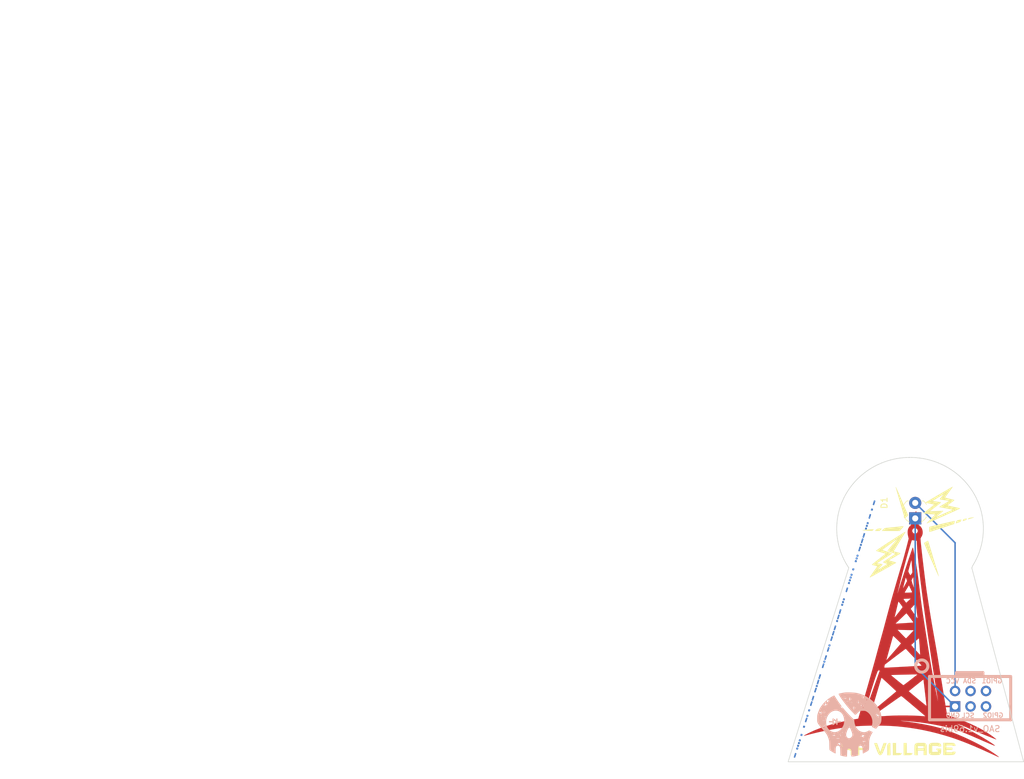
<source format=kicad_pcb>
(kicad_pcb (version 20171130) (host pcbnew "(5.1.10)-1")
  (layers (0 F.Cu signal) (31 B.Cu signal) (34 B.Paste user) (35 F.Paste user) (36 B.SilkS user) (37 F.SilkS user) (38 B.Mask user) (39 F.Mask user) (44 Edge.Cuts user))
  (net 0 "")
  (net 1 GND)
  (net 2 VCC)
  (net 3 "Net-(X1-Pad4)")
  (net 4 "Net-(X1-Pad3)")
  (net 5 "Net-(X1-Pad6)")
  (net 6 "Net-(X1-Pad5)")
  (module BadgePiratesLogos:BPSkull_Distressed_10x10_BSILK (layer F.Cu) (at 136.7 117.6)
    (fp_text reference G*** hide)
    (fp_text value "BP Logo" hide)
  )
  (module BadgePirate:Badgelife-SAOv169-BADGE-2x3_Back (layer F.Cu) (at 156.25 113.45)
    (fp_text reference X1 hide)
    (fp_text value SAO_v1.69bis (at 0.3102 4.8724) (layer B.SilkS) (effects (justify mirror)))
    (fp_text user VCC (at -2.5654 -2.9718) (layer B.SilkS) (effects (font (size 0.75 0.75)) (justify mirror)))
    (fp_text user GND (at -2.5146 2.667) (layer B.SilkS) (effects (font (size 0.75 0.75)) (justify mirror)))
    (fp_text user SDA (at 0.2286 -2.9972) (layer B.SilkS) (effects (font (size 0.75 0.75)) (justify mirror)))
    (fp_text user SCL (at -0.0254 2.667) (layer B.SilkS) (effects (font (size 0.75 0.75)) (justify mirror)))
    (fp_text user GPIO2 (at 4.0894 2.6416) (layer B.SilkS) (effects (font (size 0.75 0.75)) (justify mirror)))
    (fp_text user GPIO1 (at 3.9116 -2.9972) (layer B.SilkS) (effects (font (size 0.75 0.75)) (justify mirror)))
    (pad 5 thru_hole circle (at 2.9302 -1.3516 270) (size 1.7272 1.7272) (drill 1.016) (layers *.Cu *.Mask) (net 6 "Net-(X1-Pad5)"))
    (pad 6 thru_hole circle (at 2.9302 1.1884 270) (size 1.7272 1.7272) (drill 1.016) (layers *.Cu *.Mask) (net 5 "Net-(X1-Pad6)"))
    (pad 3 thru_hole oval (at 0.3902 -1.3516 270) (size 1.7272 1.7272) (drill 1.016) (layers *.Cu *.Mask) (net 4 "Net-(X1-Pad3)"))
    (pad 4 thru_hole oval (at 0.3902 1.1884 270) (size 1.7272 1.7272) (drill 1.016) (layers *.Cu *.Mask) (net 3 "Net-(X1-Pad4)"))
    (pad 1 thru_hole oval (at -2.1498 -1.3516 270) (size 1.7272 1.7272) (drill 1.016) (layers *.Cu *.Mask) (net 2 VCC))
    (pad 2 thru_hole rect (at -2.1498 1.1884 270) (size 1.7272 1.7272) (drill 1.016) (layers *.Cu *.Mask) (net 1 GND))
  )
  (module Digi:LED_3mm_Radial (layer F.Cu) (at 147.55 81.2 90)
    (fp_text reference D1 (at 0 -5.08 90) (layer F.SilkS))
    (fp_text value LED)
    (pad 1 thru_hole rect (at -2.54 0 90) (size 2 2) (drill 1) (layers *.Cu *.Mask) (net 1 GND))
    (pad 2 thru_hole circle (at 0 0 90) (size 2 2) (drill 1) (layers *.Cu *.Mask) (net 2 VCC))
  )
  (module LOGO (layer F.Cu) (at 127 84.8)
    (fp_text reference G*** hide)
    (fp_text value LOGO hide)
    (fp_poly (pts (xy 0.888373 37.489712) (xy 0.945516 37.508194) (xy 0.998034 37.530107) (xy 1.031657 37.550503) (xy 1.036938 37.558999) (xy 1.030338 37.59904) (xy 1.012786 37.666844) (xy 0.986933 37.754553) (xy 0.955428 37.85431) (xy 0.920923 37.958256) (xy 0.886067 38.058533) (xy 0.85351 38.147283) (xy 0.825904 38.216649) (xy 0.805897 38.258772) (xy 0.797866 38.267842) (xy 0.763125 38.260022) (xy 0.707574 38.242362) (xy 0.689507 38.235919) (xy 0.635964 38.215138) (xy 0.602294 38.199883) (xy 0.598009 38.197064) (xy 0.601817 38.175968) (xy 0.616157 38.122512) (xy 0.638592 38.044632) (xy 0.666684 37.950267) (xy 0.697998 37.847354) (xy 0.730095 37.74383) (xy 0.760539 37.647632) (xy 0.786893 37.566699) (xy 0.806719 37.508967) (xy 0.817294 37.482834) (xy 0.840876 37.479609) (xy 0.888373 37.489712)) (layer B.Cu) (width 0.01))
    (fp_poly (pts (xy 1.14503 36.579833) (xy 1.209658 36.598501) (xy 1.274266 36.62005) (xy 1.326324 36.640228) (xy 1.353305 36.654784) (xy 1.354667 36.657135) (xy 1.3482 36.684117) (xy 1.331234 36.739161) (xy 1.307419 36.810432) (xy 1.307042 36.811523) (xy 1.259417 36.949458) (xy 1.121834 36.908775) (xy 1.052041 36.887692) (xy 1.000813 36.871379) (xy 0.97914 36.863334) (xy 0.979109 36.863307) (xy 0.981094 36.84076) (xy 0.995628 36.791947) (xy 1.018092 36.728842) (xy 1.043866 36.663419) (xy 1.068333 36.607651) (xy 1.086872 36.573512) (xy 1.092909 36.568299) (xy 1.14503 36.579833)) (layer B.Cu) (width 0.01))
    (fp_poly (pts (xy 1.238723 36.116098) (xy 1.289981 36.131234) (xy 1.35973 36.152501) (xy 1.36186 36.153159) (xy 1.500512 36.195984) (xy 1.469691 36.296034) (xy 1.448625 36.365743) (xy 1.431185 36.425707) (xy 1.426224 36.443709) (xy 1.412972 36.473137) (xy 1.387768 36.485965) (xy 1.342247 36.482695) (xy 1.268046 36.463827) (xy 1.23825 36.454992) (xy 1.177399 36.435934) (xy 1.136061 36.421675) (xy 1.125836 36.417101) (xy 1.12841 36.396051) (xy 1.140539 36.347213) (xy 1.158603 36.282786) (xy 1.178977 36.214972) (xy 1.198041 36.155971) (xy 1.21217 36.117984) (xy 1.216916 36.110334) (xy 1.238723 36.116098)) (layer B.Cu) (width 0.01))
    (fp_poly (pts (xy 1.438303 35.687376) (xy 1.503278 35.705975) (xy 1.564692 35.727678) (xy 1.608478 35.748142) (xy 1.621072 35.759315) (xy 1.62107 35.796201) (xy 1.608177 35.854448) (xy 1.586984 35.920961) (xy 1.562084 35.982647) (xy 1.538067 36.026412) (xy 1.522755 36.039703) (xy 1.486091 36.035562) (xy 1.426012 36.021071) (xy 1.386417 36.009209) (xy 1.325273 35.988933) (xy 1.283067 35.973804) (xy 1.272068 35.968968) (xy 1.272237 35.946668) (xy 1.282385 35.897007) (xy 1.298938 35.832733) (xy 1.318324 35.766591) (xy 1.33697 35.711327) (xy 1.351304 35.679686) (xy 1.353947 35.676862) (xy 1.383836 35.676224) (xy 1.438303 35.687376)) (layer B.Cu) (width 0.01))
    (fp_poly (pts (xy 1.548895 35.228041) (xy 1.606719 35.244729) (xy 1.671542 35.266242) (xy 1.727918 35.287426) (xy 1.760404 35.303126) (xy 1.761717 35.304172) (xy 1.764079 35.330107) (xy 1.753753 35.381766) (xy 1.734881 35.446759) (xy 1.711608 35.512697) (xy 1.688077 35.567191) (xy 1.668431 35.59785) (xy 1.66256 35.600662) (xy 1.631977 35.593211) (xy 1.575012 35.575555) (xy 1.517301 35.556096) (xy 1.451289 35.528994) (xy 1.411235 35.504066) (xy 1.403453 35.488975) (xy 1.414471 35.456788) (xy 1.433479 35.398332) (xy 1.451059 35.343042) (xy 1.475025 35.278637) (xy 1.498475 35.234518) (xy 1.513512 35.221334) (xy 1.548895 35.228041)) (layer B.Cu) (width 0.01))
    (fp_poly (pts (xy 1.821951 34.332564) (xy 1.892744 34.351378) (xy 1.907916 34.35604) (xy 1.976757 34.378226) (xy 2.02744 34.395988) (xy 2.048353 34.405131) (xy 2.046144 34.426301) (xy 2.034903 34.47492) (xy 2.018013 34.538956) (xy 1.998858 34.606376) (xy 1.980819 34.665148) (xy 1.967281 34.703239) (xy 1.962312 34.711164) (xy 1.941456 34.704433) (xy 1.890818 34.688804) (xy 1.821146 34.667592) (xy 1.817675 34.666541) (xy 1.677434 34.624088) (xy 1.716406 34.495373) (xy 1.738365 34.423887) (xy 1.756364 34.367148) (xy 1.765335 34.340711) (xy 1.78186 34.329264) (xy 1.821951 34.332564)) (layer B.Cu) (width 0.01))
    (fp_poly (pts (xy 2.213815 32.982365) (xy 2.26327 32.99346) (xy 2.326322 33.010755) (xy 2.389782 33.030385) (xy 2.440458 33.048487) (xy 2.465161 33.0612) (xy 2.465514 33.061682) (xy 2.465981 33.090981) (xy 2.454139 33.144636) (xy 2.434223 33.210282) (xy 2.410468 33.275554) (xy 2.38711 33.328084) (xy 2.368383 33.355508) (xy 2.364375 33.356996) (xy 2.33172 33.349488) (xy 2.273465 33.331782) (xy 2.21956 33.313682) (xy 2.100203 33.27204) (xy 2.142482 33.130145) (xy 2.164294 33.058862) (xy 2.181646 33.005684) (xy 2.190946 32.981588) (xy 2.191148 32.98133) (xy 2.213815 32.982365)) (layer B.Cu) (width 0.01))
    (fp_poly (pts (xy 2.713586 31.672129) (xy 2.771955 31.68891) (xy 2.823693 31.710266) (xy 2.854243 31.730788) (xy 2.857271 31.737476) (xy 2.85068 31.777755) (xy 2.833146 31.845729) (xy 2.807313 31.933548) (xy 2.775829 32.033361) (xy 2.74134 32.137319) (xy 2.706494 32.23757) (xy 2.673936 32.326266) (xy 2.646314 32.395555) (xy 2.626273 32.437588) (xy 2.618199 32.446591) (xy 2.581956 32.439868) (xy 2.526599 32.425932) (xy 2.518834 32.423768) (xy 2.46485 32.405458) (xy 2.429714 32.388018) (xy 2.427309 32.38601) (xy 2.42613 32.35975) (xy 2.437348 32.302173) (xy 2.458368 32.221207) (xy 2.486595 32.12478) (xy 2.519434 32.02082) (xy 2.554292 31.917257) (xy 2.588573 31.822018) (xy 2.619684 31.743032) (xy 2.64503 31.688227) (xy 2.662015 31.665532) (xy 2.663142 31.665334) (xy 2.713586 31.672129)) (layer B.Cu) (width 0.01))
    (fp_poly (pts (xy 2.834562 31.214873) (xy 2.898636 31.231252) (xy 2.96083 31.252338) (xy 3.007886 31.274195) (xy 3.026546 31.292886) (xy 3.026546 31.292976) (xy 3.019828 31.334539) (xy 3.003317 31.395184) (xy 2.981444 31.462) (xy 2.958637 31.522076) (xy 2.939328 31.562501) (xy 2.930766 31.57212) (xy 2.901237 31.568275) (xy 2.845269 31.553195) (xy 2.788709 31.534806) (xy 2.724518 31.508509) (xy 2.680417 31.482853) (xy 2.667 31.466257) (xy 2.674031 31.427407) (xy 2.691563 31.366919) (xy 2.71426 31.30043) (xy 2.736783 31.243577) (xy 2.753795 31.211995) (xy 2.753803 31.211986) (xy 2.781865 31.207139) (xy 2.834562 31.214873)) (layer B.Cu) (width 0.01))
    (fp_poly (pts (xy 3.083344 30.305381) (xy 3.145218 30.324543) (xy 3.219952 30.350805) (xy 3.31782 30.38475) (xy 3.275007 30.527625) (xy 3.248799 30.606844) (xy 3.222127 30.652192) (xy 3.185087 30.66832) (xy 3.127777 30.659876) (xy 3.048 30.634181) (xy 2.99077 30.613733) (xy 2.953203 30.599116) (xy 2.945958 30.595547) (xy 2.948269 30.574114) (xy 2.960595 30.522645) (xy 2.980401 30.451534) (xy 2.984207 30.438651) (xy 3.005171 30.366976) (xy 3.022537 30.323163) (xy 3.045523 30.303775) (xy 3.083344 30.305381)) (layer B.Cu) (width 0.01))
    (fp_poly (pts (xy 3.517809 28.983508) (xy 3.57116 28.999659) (xy 3.605864 29.011151) (xy 3.667681 29.036439) (xy 3.694254 29.060053) (xy 3.694926 29.079943) (xy 3.632982 29.281156) (xy 3.582316 29.444018) (xy 3.542203 29.570776) (xy 3.511918 29.663675) (xy 3.490735 29.724961) (xy 3.477928 29.756879) (xy 3.474458 29.76251) (xy 3.448104 29.763916) (xy 3.396046 29.753372) (xy 3.360209 29.742919) (xy 3.29803 29.717014) (xy 3.263566 29.690206) (xy 3.259667 29.679675) (xy 3.26587 29.646139) (xy 3.282747 29.583309) (xy 3.307703 29.499117) (xy 3.33814 29.401494) (xy 3.371461 29.298375) (xy 3.40507 29.19769) (xy 3.436369 29.107374) (xy 3.462762 29.035358) (xy 3.481653 28.989575) (xy 3.489638 28.977167) (xy 3.517809 28.983508)) (layer B.Cu) (width 0.01))
    (fp_poly (pts (xy 3.829832 28.104433) (xy 3.886859 28.125478) (xy 3.938388 28.149987) (xy 3.97069 28.172496) (xy 3.975193 28.18254) (xy 3.961651 28.23226) (xy 3.939343 28.307249) (xy 3.910783 28.399728) (xy 3.878485 28.50192) (xy 3.844963 28.606046) (xy 3.812732 28.704327) (xy 3.784305 28.788987) (xy 3.762197 28.852246) (xy 3.748921 28.886326) (xy 3.7465 28.89007) (xy 3.721774 28.883231) (xy 3.670507 28.867993) (xy 3.635375 28.857316) (xy 3.577479 28.834863) (xy 3.541138 28.811672) (xy 3.534834 28.800788) (xy 3.540857 28.772469) (xy 3.55723 28.712872) (xy 3.581402 28.630202) (xy 3.610825 28.532664) (xy 3.642951 28.428463) (xy 3.675231 28.325805) (xy 3.705116 28.232894) (xy 3.730057 28.157935) (xy 3.747506 28.109135) (xy 3.754191 28.094587) (xy 3.781033 28.092315) (xy 3.829832 28.104433)) (layer B.Cu) (width 0.01))
    (fp_poly (pts (xy 4.240176 26.7763) (xy 4.299528 26.788944) (xy 4.355419 26.803698) (xy 4.393601 26.817288) (xy 4.402171 26.824279) (xy 4.395291 26.849637) (xy 4.377919 26.906369) (xy 4.352615 26.986593) (xy 4.321941 27.082429) (xy 4.288456 27.185995) (xy 4.254722 27.289411) (xy 4.223298 27.384797) (xy 4.196745 27.464271) (xy 4.177624 27.519953) (xy 4.168495 27.543963) (xy 4.168228 27.54432) (xy 4.144599 27.54288) (xy 4.093209 27.531983) (xy 4.047137 27.519985) (xy 3.986643 27.498991) (xy 3.949801 27.477876) (xy 3.94368 27.465716) (xy 3.952558 27.438477) (xy 3.971507 27.378132) (xy 3.998233 27.292059) (xy 4.03044 27.187637) (xy 4.052896 27.1145) (xy 4.087705 27.002804) (xy 4.119143 26.905415) (xy 4.1448 26.829525) (xy 4.162269 26.782329) (xy 4.168084 26.770452) (xy 4.191612 26.769044) (xy 4.240176 26.7763)) (layer B.Cu) (width 0.01))
    (fp_poly (pts (xy 4.305672 26.297502) (xy 4.357087 26.310287) (xy 4.427238 26.330662) (xy 4.432928 26.332413) (xy 4.511061 26.3603) (xy 4.55653 26.384931) (xy 4.565873 26.401511) (xy 4.554666 26.434193) (xy 4.535518 26.493028) (xy 4.517941 26.548292) (xy 4.493974 26.616982) (xy 4.469185 26.654429) (xy 4.433241 26.664842) (xy 4.37581 26.652432) (xy 4.314205 26.631318) (xy 4.254693 26.608652) (xy 4.213615 26.590417) (xy 4.203936 26.584425) (xy 4.205089 26.561533) (xy 4.215787 26.511337) (xy 4.232459 26.446781) (xy 4.251535 26.380811) (xy 4.269442 26.326373) (xy 4.282611 26.296411) (xy 4.283771 26.295007) (xy 4.305672 26.297502)) (layer B.Cu) (width 0.01))
    (fp_poly (pts (xy 4.655779 25.434992) (xy 4.713101 25.453254) (xy 4.764425 25.473999) (xy 4.794853 25.492329) (xy 4.797511 25.496115) (xy 4.793992 25.521237) (xy 4.780203 25.578583) (xy 4.75853 25.659985) (xy 4.731362 25.757269) (xy 4.701086 25.862265) (xy 4.670089 25.966802) (xy 4.640757 26.062709) (xy 4.615479 26.141814) (xy 4.596641 26.195946) (xy 4.586984 26.216723) (xy 4.566078 26.21329) (xy 4.517201 26.200652) (xy 4.47675 26.189101) (xy 4.415772 26.170336) (xy 4.374302 26.156059) (xy 4.364049 26.151332) (xy 4.368139 26.130684) (xy 4.382491 26.077514) (xy 4.404732 25.999702) (xy 4.432485 25.905128) (xy 4.463378 25.801675) (xy 4.495036 25.697222) (xy 4.525084 25.599651) (xy 4.551149 25.516842) (xy 4.570855 25.456677) (xy 4.581828 25.427035) (xy 4.582729 25.425505) (xy 4.607356 25.42411) (xy 4.655779 25.434992)) (layer B.Cu) (width 0.01))
    (fp_poly (pts (xy 4.880393 24.538051) (xy 4.929735 24.549587) (xy 4.980011 24.56345) (xy 5.096239 24.597238) (xy 5.055378 24.728744) (xy 5.000804 24.903985) (xy 4.957246 25.042761) (xy 4.923348 25.149093) (xy 4.897757 25.227003) (xy 4.879118 25.280511) (xy 4.866078 25.313639) (xy 4.857281 25.330408) (xy 4.851375 25.334838) (xy 4.851282 25.334829) (xy 4.824089 25.327433) (xy 4.771863 25.310579) (xy 4.741334 25.300181) (xy 4.684131 25.279756) (xy 4.646613 25.265189) (xy 4.639395 25.26165) (xy 4.64371 25.241416) (xy 4.658305 25.188644) (xy 4.680796 25.111188) (xy 4.708796 25.016905) (xy 4.73992 24.913648) (xy 4.771782 24.809275) (xy 4.801998 24.71164) (xy 4.828182 24.628598) (xy 4.847948 24.568005) (xy 4.858911 24.537716) (xy 4.85969 24.536206) (xy 4.880393 24.538051)) (layer B.Cu) (width 0.01))
    (fp_poly (pts (xy 5.50171 22.770408) (xy 5.558905 22.789997) (xy 5.60873 22.813369) (xy 5.636656 22.835263) (xy 5.638573 22.841541) (xy 5.631539 22.873161) (xy 5.614348 22.935292) (xy 5.589575 23.01967) (xy 5.559794 23.118027) (xy 5.52758 23.222099) (xy 5.495506 23.323619) (xy 5.466147 23.414321) (xy 5.442078 23.48594) (xy 5.425872 23.530209) (xy 5.42098 23.540218) (xy 5.394903 23.542187) (xy 5.344892 23.531032) (xy 5.323417 23.524093) (xy 5.264758 23.503512) (xy 5.221824 23.488313) (xy 5.214521 23.485686) (xy 5.210565 23.462181) (xy 5.221908 23.399955) (xy 5.248602 23.298792) (xy 5.290698 23.158479) (xy 5.300793 23.126262) (xy 5.33751 23.011201) (xy 5.370473 22.910597) (xy 5.397385 22.831252) (xy 5.415948 22.779964) (xy 5.423328 22.763616) (xy 5.451675 22.759861) (xy 5.50171 22.770408)) (layer B.Cu) (width 0.01))
    (fp_poly (pts (xy 5.557497 22.293985) (xy 5.606037 22.305239) (xy 5.66826 22.322456) (xy 5.730972 22.34179) (xy 5.780981 22.359395) (xy 5.80455 22.370869) (xy 5.80691 22.397022) (xy 5.796603 22.448776) (xy 5.77776 22.513772) (xy 5.754513 22.579653) (xy 5.730994 22.634062) (xy 5.711336 22.664641) (xy 5.705393 22.667425) (xy 5.673991 22.660217) (xy 5.617198 22.643944) (xy 5.573392 22.630383) (xy 5.510202 22.608824) (xy 5.465186 22.590779) (xy 5.451831 22.583217) (xy 5.453343 22.560445) (xy 5.464734 22.510391) (xy 5.482301 22.445869) (xy 5.50234 22.379693) (xy 5.52115 22.324676) (xy 5.535026 22.293632) (xy 5.535835 22.292539) (xy 5.557497 22.293985)) (layer B.Cu) (width 0.01))
    (fp_poly (pts (xy 5.885303 21.428652) (xy 5.887373 21.42905) (xy 5.949032 21.44599) (xy 6.005794 21.467312) (xy 6.068257 21.49475) (xy 5.95926 21.844) (xy 5.917332 21.977043) (xy 5.884259 22.074268) (xy 5.856337 22.140284) (xy 5.82986 22.1797) (xy 5.801126 22.197126) (xy 5.766429 22.197172) (xy 5.722065 22.184445) (xy 5.693834 22.174269) (xy 5.645715 22.151998) (xy 5.620735 22.131356) (xy 5.61975 22.127862) (xy 5.625685 22.102154) (xy 5.642126 22.043063) (xy 5.667026 21.957635) (xy 5.698339 21.852914) (xy 5.725584 21.763405) (xy 5.764239 21.637958) (xy 5.793195 21.547522) (xy 5.815103 21.486615) (xy 5.832615 21.449755) (xy 5.848385 21.431462) (xy 5.865063 21.426255) (xy 5.885303 21.428652)) (layer B.Cu) (width 0.01))
    (fp_poly (pts (xy 6.328982 20.099647) (xy 6.386229 20.116734) (xy 6.437202 20.135686) (xy 6.466708 20.151885) (xy 6.468467 20.153984) (xy 6.470538 20.185214) (xy 6.460056 20.236107) (xy 6.458552 20.241039) (xy 6.444362 20.286416) (xy 6.420655 20.362391) (xy 6.390494 20.459145) (xy 6.356942 20.566854) (xy 6.349773 20.589875) (xy 6.313258 20.705645) (xy 6.284834 20.786075) (xy 6.259969 20.836232) (xy 6.234131 20.861181) (xy 6.202786 20.86599) (xy 6.161402 20.855726) (xy 6.123978 20.842265) (xy 6.074165 20.821449) (xy 6.044053 20.804452) (xy 6.043062 20.803529) (xy 6.045656 20.781167) (xy 6.058811 20.726522) (xy 6.08013 20.64761) (xy 6.107217 20.552451) (xy 6.137676 20.449062) (xy 6.169111 20.345461) (xy 6.199125 20.249666) (xy 6.225322 20.169696) (xy 6.245306 20.113568) (xy 6.25644 20.089538) (xy 6.280655 20.089042) (xy 6.328982 20.099647)) (layer B.Cu) (width 0.01))
    (fp_poly (pts (xy 6.449621 19.640774) (xy 6.513636 19.657064) (xy 6.57647 19.677556) (xy 6.624953 19.698396) (xy 6.64592 19.715732) (xy 6.646017 19.71675) (xy 6.638492 19.765427) (xy 6.620031 19.829744) (xy 6.595464 19.897078) (xy 6.56962 19.954808) (xy 6.547329 19.990313) (xy 6.539255 19.995762) (xy 6.50279 19.991295) (xy 6.443255 19.975539) (xy 6.404217 19.96267) (xy 6.343457 19.937232) (xy 6.301791 19.912458) (xy 6.291359 19.900661) (xy 6.293254 19.868111) (xy 6.306182 19.811068) (xy 6.325674 19.744429) (xy 6.34726 19.683093) (xy 6.366468 19.641958) (xy 6.370708 19.636203) (xy 6.397589 19.632536) (xy 6.449621 19.640774)) (layer B.Cu) (width 0.01))
    (fp_poly (pts (xy 6.871617 18.310424) (xy 6.935887 18.331215) (xy 7.019897 18.360949) (xy 7.023019 18.383119) (xy 7.013937 18.437215) (xy 6.995098 18.515444) (xy 6.968949 18.610013) (xy 6.937935 18.713132) (xy 6.904502 18.817007) (xy 6.871097 18.913847) (xy 6.840167 18.995858) (xy 6.814156 19.055249) (xy 6.795511 19.084227) (xy 6.792351 19.085798) (xy 6.754779 19.081398) (xy 6.697589 19.065455) (xy 6.679674 19.059167) (xy 6.6269 19.038875) (xy 6.594579 19.02493) (xy 6.590732 19.022621) (xy 6.595168 19.002246) (xy 6.609859 18.94933) (xy 6.632426 18.871738) (xy 6.660492 18.777335) (xy 6.691677 18.673983) (xy 6.723606 18.569548) (xy 6.753898 18.471893) (xy 6.780177 18.388883) (xy 6.800063 18.328382) (xy 6.804682 18.315079) (xy 6.813294 18.303908) (xy 6.833179 18.301839) (xy 6.871617 18.310424)) (layer B.Cu) (width 0.01))
    (fp_poly (pts (xy 7.1714 17.434217) (xy 7.231103 17.44727) (xy 7.282801 17.463914) (xy 7.310528 17.480628) (xy 7.31093 17.481279) (xy 7.307313 17.504748) (xy 7.292707 17.561725) (xy 7.269029 17.645399) (xy 7.238193 17.748959) (xy 7.209095 17.843354) (xy 7.160504 17.993069) (xy 7.121245 18.101599) (xy 7.091279 18.169043) (xy 7.070566 18.195501) (xy 7.068918 18.195906) (xy 7.030022 18.191994) (xy 6.971343 18.178004) (xy 6.95325 18.172563) (xy 6.897354 18.14955) (xy 6.875633 18.123827) (xy 6.875419 18.105761) (xy 6.885571 18.063588) (xy 6.905527 17.993564) (xy 6.932567 17.904142) (xy 6.963972 17.803776) (xy 6.997022 17.70092) (xy 7.028998 17.604029) (xy 7.057179 17.521556) (xy 7.078846 17.461957) (xy 7.09128 17.433683) (xy 7.091851 17.432967) (xy 7.11966 17.428275) (xy 7.1714 17.434217)) (layer B.Cu) (width 0.01))
    (fp_poly (pts (xy 7.444601 16.547111) (xy 7.503317 16.562107) (xy 7.555226 16.581036) (xy 7.5855 16.599841) (xy 7.58825 16.605958) (xy 7.582289 16.632074) (xy 7.565778 16.691512) (xy 7.540779 16.777182) (xy 7.50935 16.881997) (xy 7.482417 16.970149) (xy 7.442033 17.100569) (xy 7.410533 17.195272) (xy 7.384005 17.25889) (xy 7.358534 17.296059) (xy 7.330208 17.311412) (xy 7.295113 17.309585) (xy 7.249338 17.295212) (xy 7.217834 17.283505) (xy 7.170594 17.261251) (xy 7.147186 17.241018) (xy 7.146592 17.237491) (xy 7.155177 17.202298) (xy 7.173729 17.137576) (xy 7.199629 17.051588) (xy 7.230255 16.952599) (xy 7.26299 16.848873) (xy 7.295214 16.748673) (xy 7.324306 16.660263) (xy 7.347648 16.591907) (xy 7.362621 16.55187) (xy 7.366053 16.54515) (xy 7.393904 16.540106) (xy 7.444601 16.547111)) (layer B.Cu) (width 0.01))
    (fp_poly (pts (xy 7.715921 15.635895) (xy 7.780352 15.656384) (xy 7.840062 15.681748) (xy 7.881967 15.707286) (xy 7.893874 15.724893) (xy 7.88616 15.771975) (xy 7.868753 15.835151) (xy 7.846259 15.901287) (xy 7.823287 15.957248) (xy 7.804445 15.989901) (xy 7.799672 15.993393) (xy 7.769587 15.989694) (xy 7.713788 15.97456) (xy 7.664234 15.95817) (xy 7.600668 15.934736) (xy 7.555406 15.916331) (xy 7.540897 15.908786) (xy 7.540663 15.884128) (xy 7.551426 15.833058) (xy 7.569223 15.768763) (xy 7.590085 15.704431) (xy 7.610047 15.653249) (xy 7.625144 15.628405) (xy 7.625233 15.628349) (xy 7.659854 15.624982) (xy 7.715921 15.635895)) (layer B.Cu) (width 0.01))
    (fp_poly (pts (xy 8.03046 14.767953) (xy 8.092397 14.787119) (xy 8.135164 14.80204) (xy 8.146543 14.807394) (xy 8.143131 14.829017) (xy 8.128775 14.884424) (xy 8.105333 14.967047) (xy 8.074663 15.070316) (xy 8.042368 15.17564) (xy 8.00098 15.308073) (xy 7.968893 15.404864) (xy 7.942617 15.470725) (xy 7.918664 15.51037) (xy 7.893546 15.52851) (xy 7.863772 15.52986) (xy 7.825856 15.519131) (xy 7.796144 15.508265) (xy 7.745921 15.487091) (xy 7.715094 15.469335) (xy 7.714102 15.468402) (xy 7.715323 15.444309) (xy 7.72781 15.386684) (xy 7.749815 15.302279) (xy 7.779589 15.197847) (xy 7.810834 15.094726) (xy 7.922337 14.736065) (xy 8.03046 14.767953)) (layer B.Cu) (width 0.01))
    (fp_poly (pts (xy 8.27576 13.876435) (xy 8.334339 13.892557) (xy 8.387311 13.911444) (xy 8.420071 13.928819) (xy 8.424334 13.935192) (xy 8.418294 13.961677) (xy 8.401648 14.020974) (xy 8.376605 14.105548) (xy 8.345375 14.207863) (xy 8.32774 14.264566) (xy 8.293319 14.374754) (xy 8.262852 14.472633) (xy 8.238842 14.550136) (xy 8.223793 14.599196) (xy 8.220481 14.610292) (xy 8.198972 14.638776) (xy 8.154225 14.642782) (xy 8.080627 14.622649) (xy 8.071311 14.619265) (xy 8.021464 14.598419) (xy 7.991292 14.581358) (xy 7.990301 14.580434) (xy 7.992566 14.557763) (xy 8.00535 14.502831) (xy 8.026271 14.423698) (xy 8.052951 14.328424) (xy 8.083009 14.22507) (xy 8.114066 14.121694) (xy 8.143741 14.026356) (xy 8.169655 13.947118) (xy 8.189428 13.892038) (xy 8.200197 13.869581) (xy 8.226178 13.867351) (xy 8.27576 13.876435)) (layer B.Cu) (width 0.01))
    (fp_poly (pts (xy 8.503915 12.959402) (xy 8.562375 12.973405) (xy 8.619233 12.988679) (xy 8.69038 13.011648) (xy 8.726387 13.032212) (xy 8.733958 13.054415) (xy 8.733249 13.05747) (xy 8.702539 13.162279) (xy 8.675084 13.247412) (xy 8.653192 13.30624) (xy 8.63917 13.332136) (xy 8.637426 13.332766) (xy 8.612536 13.325681) (xy 8.559096 13.309316) (xy 8.491726 13.288178) (xy 8.415649 13.260852) (xy 8.376466 13.237873) (xy 8.369356 13.216372) (xy 8.369655 13.215543) (xy 8.381774 13.179227) (xy 8.4006 13.117986) (xy 8.414889 13.069632) (xy 8.436922 13.006898) (xy 8.45894 12.964905) (xy 8.472072 12.954) (xy 8.503915 12.959402)) (layer B.Cu) (width 0.01))
    (fp_poly (pts (xy 8.727589 12.532104) (xy 8.799964 12.55692) (xy 8.843601 12.574934) (xy 8.864485 12.588552) (xy 8.868834 12.597902) (xy 8.862991 12.633011) (xy 8.848265 12.691083) (xy 8.828859 12.758019) (xy 8.808979 12.81972) (xy 8.792827 12.862086) (xy 8.787115 12.871979) (xy 8.761564 12.872625) (xy 8.708344 12.861201) (xy 8.646584 12.842623) (xy 8.579555 12.819565) (xy 8.530712 12.801671) (xy 8.511889 12.793477) (xy 8.513839 12.771615) (xy 8.526087 12.719961) (xy 8.54609 12.649062) (xy 8.549295 12.638429) (xy 8.577937 12.556408) (xy 8.603084 12.50866) (xy 8.62049 12.498079) (xy 8.727589 12.532104)) (layer B.Cu) (width 0.01))
    (fp_poly (pts (xy 8.816229 12.068485) (xy 8.879719 12.086523) (xy 8.942929 12.108149) (xy 8.992862 12.129234) (xy 9.016521 12.145653) (xy 9.017 12.1475) (xy 9.010681 12.173971) (xy 8.99417 12.228314) (xy 8.972724 12.293724) (xy 8.944405 12.369563) (xy 8.916467 12.410052) (xy 8.877866 12.420605) (xy 8.817559 12.406635) (xy 8.773584 12.391341) (xy 8.714663 12.370085) (xy 8.671059 12.354311) (xy 8.663489 12.351559) (xy 8.652882 12.333904) (xy 8.658222 12.290247) (xy 8.680302 12.214514) (xy 8.682138 12.208935) (xy 8.706708 12.138435) (xy 8.727861 12.084458) (xy 8.740406 12.059677) (xy 8.765459 12.05816) (xy 8.816229 12.068485)) (layer B.Cu) (width 0.01))
    (fp_poly (pts (xy 9.373378 10.293765) (xy 9.455549 10.315418) (xy 9.513877 10.341098) (xy 9.540859 10.367065) (xy 9.541005 10.377253) (xy 9.531851 10.405496) (xy 9.512603 10.466824) (xy 9.485562 10.553845) (xy 9.453027 10.659166) (xy 9.429146 10.736792) (xy 9.389923 10.863722) (xy 9.359565 10.955086) (xy 9.334213 11.015696) (xy 9.310012 11.050362) (xy 9.283104 11.063897) (xy 9.249631 11.06111) (xy 9.205737 11.046814) (xy 9.186334 11.039663) (xy 9.153846 11.026061) (xy 9.131776 11.009169) (xy 9.120526 10.983361) (xy 9.120499 10.943012) (xy 9.132098 10.882496) (xy 9.155725 10.796187) (xy 9.191783 10.67846) (xy 9.218194 10.594695) (xy 9.255853 10.476422) (xy 9.283759 10.392824) (xy 9.304857 10.33819) (xy 9.322092 10.306811) (xy 9.338408 10.292977) (xy 9.35675 10.290978) (xy 9.373378 10.293765)) (layer B.Cu) (width 0.01))
    (fp_poly (pts (xy 9.62018 9.382157) (xy 9.677066 9.396005) (xy 9.737829 9.412288) (xy 9.809807 9.435046) (xy 9.846473 9.454826) (xy 9.854296 9.475449) (xy 9.852892 9.480216) (xy 9.840399 9.51736) (xy 9.820989 9.57981) (xy 9.804424 9.635232) (xy 9.783851 9.699629) (xy 9.766648 9.743572) (xy 9.757834 9.756615) (xy 9.733706 9.750092) (xy 9.680951 9.73417) (xy 9.614959 9.713544) (xy 9.547605 9.68992) (xy 9.49996 9.668848) (xy 9.482667 9.655342) (xy 9.4897 9.618692) (xy 9.507591 9.561621) (xy 9.531531 9.496523) (xy 9.556707 9.435794) (xy 9.57831 9.391827) (xy 9.590763 9.376834) (xy 9.62018 9.382157)) (layer B.Cu) (width 0.01))
    (fp_poly (pts (xy 9.796519 8.939647) (xy 9.867713 8.961736) (xy 9.931579 8.98642) (xy 9.976366 9.009223) (xy 9.990667 9.024065) (xy 9.984911 9.052402) (xy 9.97024 9.10471) (xy 9.95055 9.168811) (xy 9.929736 9.232527) (xy 9.911694 9.283679) (xy 9.900321 9.310089) (xy 9.898765 9.311354) (xy 9.878503 9.304579) (xy 9.828741 9.288777) (xy 9.763125 9.268263) (xy 9.695663 9.243663) (xy 9.648109 9.219375) (xy 9.631145 9.201451) (xy 9.637858 9.161129) (xy 9.654412 9.102086) (xy 9.676413 9.036663) (xy 9.699463 8.977205) (xy 9.719166 8.936055) (xy 9.729748 8.924632) (xy 9.796519 8.939647)) (layer B.Cu) (width 0.01))
    (fp_poly (pts (xy 9.873261 8.474642) (xy 9.924045 8.48777) (xy 9.993874 8.508267) (xy 9.999762 8.51008) (xy 10.077693 8.537897) (xy 10.123289 8.562524) (xy 10.132855 8.579178) (xy 10.122168 8.612036) (xy 10.104259 8.671186) (xy 10.088198 8.725959) (xy 10.066978 8.7925) (xy 10.044395 8.830224) (xy 10.010691 8.842956) (xy 9.95611 8.834518) (xy 9.87425 8.809807) (xy 9.814055 8.790444) (xy 9.773642 8.777196) (xy 9.763894 8.773793) (xy 9.767341 8.754523) (xy 9.779815 8.70705) (xy 9.797748 8.643585) (xy 9.817572 8.576343) (xy 9.835721 8.517536) (xy 9.848624 8.479377) (xy 9.852159 8.471652) (xy 9.873261 8.474642)) (layer B.Cu) (width 0.01))
    (fp_poly (pts (xy 10.02274 8.027932) (xy 10.074081 8.043055) (xy 10.14371 8.064277) (xy 10.144543 8.064534) (xy 10.281713 8.106901) (xy 10.236731 8.25482) (xy 10.210381 8.335721) (xy 10.185549 8.381342) (xy 10.152022 8.39708) (xy 10.099589 8.388331) (xy 10.029205 8.364485) (xy 9.968901 8.341159) (xy 9.926368 8.321447) (xy 9.915905 8.314561) (xy 9.916245 8.290918) (xy 9.926757 8.240576) (xy 9.943775 8.176174) (xy 9.963632 8.110347) (xy 9.982661 8.055734) (xy 9.997194 8.024974) (xy 10.000746 8.022167) (xy 10.02274 8.027932)) (layer B.Cu) (width 0.01))
    (fp_poly (pts (xy 10.319458 7.138701) (xy 10.373406 7.152573) (xy 10.438731 7.170687) (xy 10.500889 7.188948) (xy 10.545336 7.203259) (xy 10.556869 7.207913) (xy 10.556701 7.229409) (xy 10.544189 7.277951) (xy 10.523593 7.341647) (xy 10.499172 7.408601) (xy 10.475184 7.466919) (xy 10.455889 7.504707) (xy 10.447763 7.51262) (xy 10.416253 7.505093) (xy 10.359287 7.487299) (xy 10.310067 7.470423) (xy 10.247052 7.44739) (xy 10.202805 7.429967) (xy 10.189127 7.423349) (xy 10.189367 7.398802) (xy 10.201919 7.34825) (xy 10.222383 7.284173) (xy 10.246357 7.219054) (xy 10.269442 7.165376) (xy 10.287236 7.13562) (xy 10.291431 7.133167) (xy 10.319458 7.138701)) (layer B.Cu) (width 0.01))
    (fp_poly (pts (xy 10.72084 5.784274) (xy 10.772591 5.799433) (xy 10.842591 5.820728) (xy 10.844527 5.821326) (xy 10.983179 5.864151) (xy 10.952358 5.964201) (xy 10.931292 6.03391) (xy 10.913852 6.093874) (xy 10.90889 6.111875) (xy 10.895106 6.141817) (xy 10.868847 6.154459) (xy 10.821898 6.150227) (xy 10.746043 6.129548) (xy 10.720917 6.12164) (xy 10.660175 6.101832) (xy 10.618746 6.087567) (xy 10.608292 6.083358) (xy 10.610465 6.062767) (xy 10.622289 6.014243) (xy 10.64014 5.950041) (xy 10.660396 5.882415) (xy 10.679433 5.823622) (xy 10.693629 5.785914) (xy 10.698417 5.7785) (xy 10.72084 5.784274)) (layer B.Cu) (width 0.01))
    (fp_poly (pts (xy 10.917399 5.353566) (xy 10.981348 5.370978) (xy 11.042993 5.392622) (xy 11.088597 5.414348) (xy 11.104166 5.428594) (xy 11.103951 5.465079) (xy 11.090848 5.523079) (xy 11.069488 5.589469) (xy 11.044507 5.651125) (xy 11.020537 5.694924) (xy 11.005422 5.708262) (xy 10.968957 5.703795) (xy 10.909421 5.688039) (xy 10.870383 5.67517) (xy 10.809623 5.649732) (xy 10.767958 5.624958) (xy 10.757526 5.613161) (xy 10.759399 5.580393) (xy 10.772407 5.523175) (xy 10.792057 5.456398) (xy 10.813853 5.394954) (xy 10.833302 5.353736) (xy 10.837539 5.348038) (xy 10.864884 5.344536) (xy 10.917399 5.353566)) (layer B.Cu) (width 0.01))
    (fp_poly (pts (xy 11.031562 4.896208) (xy 11.089386 4.912896) (xy 11.154208 4.934409) (xy 11.210584 4.955592) (xy 11.243071 4.971293) (xy 11.244384 4.972339) (xy 11.246746 4.998274) (xy 11.236419 5.049933) (xy 11.217548 5.114926) (xy 11.194275 5.180864) (xy 11.170743 5.235357) (xy 11.151098 5.266016) (xy 11.145226 5.268829) (xy 11.114643 5.261377) (xy 11.057679 5.243721) (xy 10.999967 5.224263) (xy 10.933956 5.197161) (xy 10.893901 5.172232) (xy 10.88612 5.157142) (xy 10.897138 5.124955) (xy 10.916146 5.066499) (xy 10.933726 5.011209) (xy 10.957692 4.946804) (xy 10.981142 4.902685) (xy 10.996178 4.8895) (xy 11.031562 4.896208)) (layer B.Cu) (width 0.01))
    (fp_poly (pts (xy 11.440384 3.563187) (xy 11.487542 3.576909) (xy 11.544996 3.59774) (xy 11.598685 3.620341) (xy 11.634549 3.639373) (xy 11.641667 3.646994) (xy 11.63525 3.681525) (xy 11.617774 3.745057) (xy 11.591899 3.829766) (xy 11.560284 3.927829) (xy 11.525589 4.03142) (xy 11.490475 4.132716) (xy 11.457602 4.223894) (xy 11.429629 4.297128) (xy 11.409216 4.344595) (xy 11.399653 4.358842) (xy 11.366782 4.351068) (xy 11.312412 4.333502) (xy 11.294007 4.326919) (xy 11.240311 4.306008) (xy 11.206365 4.290469) (xy 11.201992 4.287547) (xy 11.205739 4.266512) (xy 11.219695 4.21296) (xy 11.241508 4.1348) (xy 11.268828 4.039943) (xy 11.299305 3.9363) (xy 11.330589 3.83178) (xy 11.360329 3.734294) (xy 11.386176 3.651752) (xy 11.405779 3.592064) (xy 11.416788 3.563141) (xy 11.417582 3.561912) (xy 11.440384 3.563187)) (layer B.Cu) (width 0.01))
    (fp_poly (pts (xy 11.600281 3.118272) (xy 11.662411 3.135419) (xy 11.726477 3.158191) (xy 11.779573 3.181834) (xy 11.808795 3.201599) (xy 11.811 3.206506) (xy 11.804478 3.241946) (xy 11.787856 3.298524) (xy 11.765554 3.363977) (xy 11.741989 3.426043) (xy 11.72158 3.472458) (xy 11.708745 3.490959) (xy 11.708515 3.490954) (xy 11.682413 3.483536) (xy 11.629486 3.465983) (xy 11.580067 3.448756) (xy 11.516285 3.425096) (xy 11.470609 3.406246) (xy 11.455757 3.398313) (xy 11.455946 3.374524) (xy 11.465827 3.321516) (xy 11.483266 3.250716) (xy 11.483457 3.25001) (xy 11.511542 3.163614) (xy 11.53789 3.118768) (xy 11.55299 3.1115) (xy 11.600281 3.118272)) (layer B.Cu) (width 0.01))
    (fp_poly (pts (xy 11.910608 2.24341) (xy 11.967766 2.264261) (xy 12.020285 2.287976) (xy 12.054488 2.309204) (xy 12.060438 2.319064) (xy 12.041032 2.390917) (xy 12.013833 2.482092) (xy 11.98141 2.585002) (xy 11.946331 2.69206) (xy 11.911165 2.79568) (xy 11.878483 2.888274) (xy 11.850853 2.962255) (xy 11.830845 3.010037) (xy 11.821584 3.024388) (xy 11.789329 3.017286) (xy 11.734697 3.002) (xy 11.71575 2.996261) (xy 11.661712 2.973405) (xy 11.629034 2.947872) (xy 11.625439 2.940272) (xy 11.629878 2.91319) (xy 11.644693 2.854173) (xy 11.667394 2.771547) (xy 11.695496 2.673641) (xy 11.72651 2.568781) (xy 11.75795 2.465294) (xy 11.787328 2.371509) (xy 11.812157 2.295751) (xy 11.829949 2.246349) (xy 11.837082 2.231697) (xy 11.862488 2.230772) (xy 11.910608 2.24341)) (layer B.Cu) (width 0.01))
    (fp_poly (pts (xy 12.172265 1.357385) (xy 12.21909 1.370411) (xy 12.281485 1.389082) (xy 12.324522 1.403194) (xy 12.33629 1.408128) (xy 12.332515 1.42919) (xy 12.317927 1.484117) (xy 12.294387 1.566388) (xy 12.263758 1.669476) (xy 12.231292 1.775887) (xy 12.190202 1.908448) (xy 12.158366 2.005362) (xy 12.132248 2.071336) (xy 12.108311 2.11108) (xy 12.083019 2.1293) (xy 12.052837 2.130706) (xy 12.014228 2.120004) (xy 11.981611 2.108307) (xy 11.93143 2.084861) (xy 11.902454 2.061329) (xy 11.900805 2.057999) (xy 11.904091 2.030405) (xy 11.918415 1.970092) (xy 11.941762 1.884611) (xy 11.972115 1.781511) (xy 11.990829 1.72079) (xy 12.025422 1.610071) (xy 12.055986 1.5119) (xy 12.080065 1.434189) (xy 12.095204 1.384851) (xy 12.098725 1.373045) (xy 12.108209 1.354202) (xy 12.129125 1.349061) (xy 12.172265 1.357385)) (layer B.Cu) (width 0.01))
    (fp_poly (pts (xy 12.5095 0.470129) (xy 12.579198 0.491942) (xy 12.630405 0.508778) (xy 12.652182 0.517039) (xy 12.652228 0.517079) (xy 12.649148 0.538208) (xy 12.635338 0.586525) (xy 12.615 0.649603) (xy 12.592334 0.715016) (xy 12.57154 0.770339) (xy 12.556819 0.803146) (xy 12.554351 0.806611) (xy 12.529079 0.807066) (xy 12.475714 0.795742) (xy 12.408959 0.776077) (xy 12.341741 0.752218) (xy 12.294117 0.731856) (xy 12.276667 0.719714) (xy 12.283043 0.694587) (xy 12.299791 0.640914) (xy 12.32334 0.57012) (xy 12.324292 0.567332) (xy 12.371917 0.427917) (xy 12.5095 0.470129)) (layer B.Cu) (width 0.01))
    (fp_poly (pts (xy 12.536435 -0.009434) (xy 12.590521 0.003647) (xy 12.656076 0.023961) (xy 12.726113 0.048566) (xy 12.76403 0.067488) (xy 12.777895 0.088341) (xy 12.775779 0.118738) (xy 12.772574 0.133871) (xy 12.746169 0.239258) (xy 12.71811 0.307295) (xy 12.682346 0.342738) (xy 12.632824 0.350342) (xy 12.56349 0.334861) (xy 12.530667 0.323906) (xy 12.473179 0.302999) (xy 12.435078 0.287703) (xy 12.427524 0.283779) (xy 12.428066 0.261051) (xy 12.438486 0.210947) (xy 12.455207 0.146229) (xy 12.474653 0.07966) (xy 12.493249 0.024002) (xy 12.507418 -0.007982) (xy 12.510108 -0.010959) (xy 12.536435 -0.009434)) (layer B.Cu) (width 0.01))
    (fp_poly (pts (xy 12.670224 -0.460092) (xy 12.721121 -0.446582) (xy 12.790557 -0.424889) (xy 12.795319 -0.42331) (xy 12.87372 -0.394146) (xy 12.915306 -0.370247) (xy 12.924811 -0.348779) (xy 12.924034 -0.346266) (xy 12.911902 -0.309916) (xy 12.893066 -0.248649) (xy 12.878778 -0.200298) (xy 12.857614 -0.13566) (xy 12.834305 -0.099738) (xy 12.799243 -0.089124) (xy 12.742817 -0.100408) (xy 12.66825 -0.125605) (xy 12.603941 -0.152332) (xy 12.573479 -0.176887) (xy 12.568836 -0.203339) (xy 12.578028 -0.24292) (xy 12.594715 -0.302355) (xy 12.61456 -0.367537) (xy 12.633221 -0.424361) (xy 12.646358 -0.458719) (xy 12.648585 -0.462551) (xy 12.670224 -0.460092)) (layer B.Cu) (width 0.01))
    (fp_poly (pts (xy 13.165763 -1.765259) (xy 13.223425 -1.748479) (xy 13.274456 -1.729725) (xy 13.303521 -1.71353) (xy 13.304956 -1.71174) (xy 13.302797 -1.686266) (xy 13.289482 -1.627913) (xy 13.266945 -1.544062) (xy 13.237117 -1.442094) (xy 13.218401 -1.381268) (xy 13.183775 -1.270444) (xy 13.153102 -1.171924) (xy 13.128866 -1.093715) (xy 13.113551 -1.043821) (xy 13.109981 -1.031875) (xy 13.088472 -1.003391) (xy 13.043725 -0.999384) (xy 12.970127 -1.019517) (xy 12.960811 -1.022902) (xy 12.911031 -1.04369) (xy 12.880976 -1.060626) (xy 12.879986 -1.061547) (xy 12.88241 -1.084071) (xy 12.895376 -1.138871) (xy 12.916496 -1.217911) (xy 12.943384 -1.313158) (xy 12.973651 -1.416576) (xy 13.004911 -1.520129) (xy 13.034778 -1.615784) (xy 13.060863 -1.695505) (xy 13.08078 -1.751257) (xy 13.091868 -1.774756) (xy 13.1168 -1.775529) (xy 13.165763 -1.765259)) (layer B.Cu) (width 0.01))
    (fp_poly (pts (xy 13.388091 -2.682907) (xy 13.44154 -2.669691) (xy 13.506048 -2.652365) (xy 13.567614 -2.634772) (xy 13.612237 -2.620759) (xy 13.626036 -2.615025) (xy 13.624087 -2.59346) (xy 13.611577 -2.544589) (xy 13.592381 -2.480449) (xy 13.570377 -2.413077) (xy 13.549442 -2.35451) (xy 13.533453 -2.316785) (xy 13.527513 -2.309146) (xy 13.502276 -2.316) (xy 13.448497 -2.332004) (xy 13.380852 -2.352759) (xy 13.30562 -2.379056) (xy 13.266446 -2.401089) (xy 13.257743 -2.422197) (xy 13.25878 -2.425648) (xy 13.271124 -2.462558) (xy 13.290111 -2.524241) (xy 13.304389 -2.572535) (xy 13.326111 -2.635246) (xy 13.347345 -2.677239) (xy 13.359703 -2.688166) (xy 13.388091 -2.682907)) (layer B.Cu) (width 0.01))
    (fp_poly (pts (xy 13.809019 -4.012985) (xy 13.854888 -4.000019) (xy 13.912002 -3.982008) (xy 13.966047 -3.963547) (xy 14.002712 -3.949229) (xy 14.00971 -3.945377) (xy 14.008002 -3.922653) (xy 13.994563 -3.868069) (xy 13.971959 -3.789427) (xy 13.942759 -3.694525) (xy 13.909529 -3.591165) (xy 13.87484 -3.487146) (xy 13.841258 -3.390269) (xy 13.811351 -3.308334) (xy 13.787687 -3.24914) (xy 13.772835 -3.220489) (xy 13.770575 -3.219004) (xy 13.737901 -3.226664) (xy 13.682603 -3.243968) (xy 13.657792 -3.252518) (xy 13.603861 -3.275191) (xy 13.571747 -3.295612) (xy 13.567834 -3.302189) (xy 13.573775 -3.326345) (xy 13.589939 -3.382457) (xy 13.613838 -3.462478) (xy 13.642983 -3.558364) (xy 13.674887 -3.662069) (xy 13.70706 -3.765547) (xy 13.737014 -3.860753) (xy 13.76226 -3.939641) (xy 13.780312 -3.994166) (xy 13.788679 -4.016282) (xy 13.788706 -4.016313) (xy 13.809019 -4.012985)) (layer B.Cu) (width 0.01))
  )
  (module LOGO (layer F.Cu) (at 0 0)
    (fp_text reference G*** hide)
    (fp_text value LOGO hide)
  )
  (module LOGO (layer F.Cu) (at 0 0)
    (fp_text reference G*** hide)
    (fp_text value LOGO hide)
  )
  (module LOGO (layer F.Cu) (at 127 84.8)
    (fp_text reference G*** hide)
    (fp_text value LOGO hide)
    (fp_poly (pts (xy 20.702539 -2.249855) (xy 20.709184 -2.226039) (xy 20.721666 -2.164802) (xy 20.739246 -2.07054) (xy 20.761185 -1.947652) (xy 20.786742 -1.800535) (xy 20.815178 -1.633586) (xy 20.845753 -1.451204) (xy 20.877728 -1.257785) (xy 20.910363 -1.057728) (xy 20.942918 -0.85543) (xy 20.974653 -0.655288) (xy 21.004829 -0.4617) (xy 21.020459 -0.359833) (xy 21.067256 -0.052916) (xy 21.154426 0.03175) (xy 21.224455 0.096594) (xy 21.303605 0.165408) (xy 21.339633 0.195105) (xy 21.417012 0.270744) (xy 21.499515 0.373909) (xy 21.578415 0.49212) (xy 21.644986 0.612898) (xy 21.66943 0.66675) (xy 21.729616 0.853072) (xy 21.766032 1.05991) (xy 21.776158 1.27117) (xy 21.77371 1.332713) (xy 21.760999 1.467957) (xy 21.738479 1.588497) (xy 21.702584 1.704029) (xy 21.649749 1.824247) (xy 21.576408 1.958845) (xy 21.493541 2.094564) (xy 21.451067 2.168435) (xy 21.429041 2.230415) (xy 21.421219 2.30147) (xy 21.420667 2.339248) (xy 21.423312 2.412054) (xy 21.431116 2.525065) (xy 21.443879 2.676493) (xy 21.461402 2.864551) (xy 21.483484 3.087451) (xy 21.509927 3.343404) (xy 21.540532 3.630624) (xy 21.575099 3.947322) (xy 21.613428 4.29171) (xy 21.655321 4.662001) (xy 21.700577 5.056407) (xy 21.748998 5.47314) (xy 21.800383 5.910412) (xy 21.854535 6.366436) (xy 21.911253 6.839423) (xy 21.970337 7.327586) (xy 22.03159 7.829136) (xy 22.046195 7.948084) (xy 22.095974 8.352359) (xy 22.141385 8.719264) (xy 22.183079 9.053466) (xy 22.221704 9.359628) (xy 22.25791 9.642416) (xy 22.292345 9.906496) (xy 22.32566 10.156533) (xy 22.358503 10.397192) (xy 22.391523 10.633138) (xy 22.42537 10.869038) (xy 22.460693 11.109556) (xy 22.49814 11.359357) (xy 22.538363 11.623107) (xy 22.582008 11.905471) (xy 22.629726 12.211115) (xy 22.682166 12.544704) (xy 22.713344 12.742334) (xy 22.783106 13.183844) (xy 22.847065 13.587833) (xy 22.905941 13.958607) (xy 22.960454 14.300472) (xy 23.011326 14.617735) (xy 23.059277 14.914701) (xy 23.105028 15.195677) (xy 23.149299 15.464969) (xy 23.192813 15.726884) (xy 23.236289 15.985726) (xy 23.280448 16.245804) (xy 23.326011 16.511422) (xy 23.373699 16.786887) (xy 23.424232 17.076506) (xy 23.478332 17.384584) (xy 23.536719 17.715428) (xy 23.600114 18.073344) (xy 23.669238 18.462639) (xy 23.696515 18.616084) (xy 23.7754 19.060187) (xy 23.847338 19.466217) (xy 23.912945 19.837753) (xy 23.972834 20.178373) (xy 24.027619 20.491658) (xy 24.077913 20.781186) (xy 24.124331 21.050536) (xy 24.167486 21.303288) (xy 24.207992 21.543021) (xy 24.246463 21.773314) (xy 24.283513 21.997746) (xy 24.319756 22.219897) (xy 24.355804 22.443346) (xy 24.392274 22.671672) (xy 24.395293 22.690667) (xy 24.414156 22.80896) (xy 24.438483 22.960833) (xy 24.467883 23.143875) (xy 24.501965 23.355677) (xy 24.540338 23.593829) (xy 24.582611 23.85592) (xy 24.628395 24.139539) (xy 24.677298 24.442278) (xy 24.72893 24.761726) (xy 24.782899 25.095472) (xy 24.838816 25.441108) (xy 24.896289 25.796221) (xy 24.954928 26.158403) (xy 25.014343 26.525243) (xy 25.074141 26.894331) (xy 25.133933 27.263258) (xy 25.193329 27.629612) (xy 25.251936 27.990984) (xy 25.309366 28.344963) (xy 25.365226 28.68914) (xy 25.419127 29.021104) (xy 25.470677 29.338446) (xy 25.519486 29.638754) (xy 25.565163 29.91962) (xy 25.607317 30.178632) (xy 25.645558 30.413381) (xy 25.679496 30.621457) (xy 25.708739 30.800449) (xy 25.732896 30.947948) (xy 25.751578 31.061542) (xy 25.764392 31.138823) (xy 25.77095 31.17738) (xy 25.7716 31.180856) (xy 25.77646 31.195495) (xy 25.787162 31.209754) (xy 25.80744 31.225154) (xy 25.841029 31.243217) (xy 25.891664 31.265465) (xy 25.963079 31.293419) (xy 26.059008 31.3286) (xy 26.183187 31.372531) (xy 26.339349 31.426732) (xy 26.531229 31.492726) (xy 26.568241 31.505422) (xy 27.420355 31.807234) (xy 28.231087 32.114041) (xy 29.001132 32.426191) (xy 29.731187 32.744035) (xy 30.421947 33.06792) (xy 31.074108 33.398195) (xy 31.688365 33.735211) (xy 32.265413 34.079315) (xy 32.80595 34.430857) (xy 33.310669 34.790186) (xy 33.670875 35.068814) (xy 33.747215 35.131494) (xy 33.809634 35.185429) (xy 33.85162 35.224802) (xy 33.866667 35.243671) (xy 33.848759 35.247066) (xy 33.802476 35.237429) (xy 33.755542 35.222799) (xy 33.696432 35.201162) (xy 33.601635 35.165038) (xy 33.474694 35.115843) (xy 33.319153 35.054998) (xy 33.138555 34.983921) (xy 32.936444 34.90403) (xy 32.716365 34.816745) (xy 32.481859 34.723483) (xy 32.236472 34.625664) (xy 31.983746 34.524706) (xy 31.727226 34.422027) (xy 31.470454 34.319048) (xy 31.216976 34.217186) (xy 30.970333 34.11786) (xy 30.734071 34.022488) (xy 30.511732 33.93249) (xy 30.30686 33.849284) (xy 30.122999 33.774288) (xy 29.963693 33.708922) (xy 29.832484 33.654604) (xy 29.732918 33.612753) (xy 29.718 33.606383) (xy 29.622556 33.564641) (xy 29.500789 33.510113) (xy 29.364606 33.448201) (xy 29.225912 33.384306) (xy 29.135917 33.342329) (xy 28.969445 33.266827) (xy 28.784293 33.187364) (xy 28.587121 33.106438) (xy 28.384588 33.026544) (xy 28.183354 32.950181) (xy 27.990078 32.879846) (xy 27.811421 32.818036) (xy 27.654042 32.767249) (xy 27.524602 32.729982) (xy 27.46375 32.715287) (xy 27.44584 32.712926) (xy 27.443282 32.717333) (xy 27.458258 32.729665) (xy 27.492949 32.751078) (xy 27.549537 32.782731) (xy 27.630201 32.82578) (xy 27.737123 32.881383) (xy 27.872484 32.950697) (xy 28.038465 33.034879) (xy 28.237248 33.135087) (xy 28.471013 33.252477) (xy 28.564417 33.2993) (xy 29.075691 33.557329) (xy 29.551858 33.801526) (xy 29.996991 34.03409) (xy 30.415164 34.257222) (xy 30.810449 34.473122) (xy 31.186921 34.683989) (xy 31.548653 34.892023) (xy 31.899717 35.099424) (xy 31.919334 35.111179) (xy 32.138069 35.243783) (xy 32.351924 35.376176) (xy 32.558284 35.506549) (xy 32.75454 35.633091) (xy 32.93808 35.753991) (xy 33.106292 35.867439) (xy 33.256564 35.971624) (xy 33.386286 36.064736) (xy 33.492846 36.144965) (xy 33.573632 36.210499) (xy 33.626032 36.259529) (xy 33.647436 36.290244) (xy 33.635336 36.300834) (xy 33.601689 36.29327) (xy 33.534611 36.270453) (xy 33.433652 36.232193) (xy 33.298362 36.1783) (xy 33.12829 36.108584) (xy 32.922987 36.022856) (xy 32.682004 35.920926) (xy 32.40489 35.802604) (xy 32.091195 35.667702) (xy 31.74047 35.516028) (xy 31.352264 35.347393) (xy 30.926129 35.161609) (xy 30.723417 35.073034) (xy 30.269449 34.875473) (xy 29.850209 34.695065) (xy 29.46232 34.530518) (xy 29.102406 34.38054) (xy 28.767091 34.243841) (xy 28.452999 34.119129) (xy 28.156752 34.005112) (xy 27.874975 33.9005) (xy 27.604292 33.803999) (xy 27.341325 33.71432) (xy 27.082699 33.630171) (xy 26.825036 33.55026) (xy 26.564962 33.473296) (xy 26.468917 33.445726) (xy 26.054999 33.333267) (xy 25.604792 33.220975) (xy 25.124331 33.110025) (xy 24.61965 33.001592) (xy 24.09678 32.896851) (xy 23.561756 32.796976) (xy 23.020611 32.703141) (xy 22.479379 32.616522) (xy 21.944093 32.538292) (xy 21.515917 32.481492) (xy 21.312977 32.456746) (xy 21.09363 32.431568) (xy 20.861293 32.406243) (xy 20.619382 32.381051) (xy 20.371314 32.356277) (xy 20.120506 32.332204) (xy 19.870375 32.309114) (xy 19.624337 32.28729) (xy 19.38581 32.267016) (xy 19.15821 32.248573) (xy 18.944953 32.232246) (xy 18.749457 32.218318) (xy 18.575139 32.20707) (xy 18.425414 32.198786) (xy 18.303701 32.19375) (xy 18.213415 32.192243) (xy 18.157973 32.194549) (xy 18.140793 32.200951) (xy 18.1415 32.202047) (xy 18.165474 32.208494) (xy 18.224734 32.218307) (xy 18.312449 32.230534) (xy 18.421792 32.244223) (xy 18.543666 32.258171) (xy 19.114458 32.325222) (xy 19.701618 32.402851) (xy 20.298048 32.489828) (xy 20.896647 32.584919) (xy 21.490317 32.686894) (xy 22.071956 32.794519) (xy 22.634466 32.906564) (xy 23.170746 33.021796) (xy 23.673698 33.138983) (xy 23.801917 33.170563) (xy 24.232755 33.2811) (xy 24.631835 33.390366) (xy 25.009493 33.501604) (xy 25.376064 33.618055) (xy 25.741881 33.74296) (xy 26.11728 33.879559) (xy 26.373667 33.977059) (xy 27.14098 34.280769) (xy 27.893349 34.593416) (xy 28.628114 34.913654) (xy 29.342613 35.24014) (xy 30.034186 35.571527) (xy 30.700171 35.906472) (xy 31.337907 36.24363) (xy 31.944732 36.581657) (xy 32.517986 36.919206) (xy 33.055008 37.254935) (xy 33.553136 37.587498) (xy 33.643796 37.650659) (xy 33.811092 37.769134) (xy 33.957521 37.875031) (xy 34.080529 37.966399) (xy 34.177566 38.041286) (xy 34.246078 38.097738) (xy 34.283515 38.133804) (xy 34.29 38.144978) (xy 34.290108 38.155769) (xy 34.28515 38.160202) (xy 34.267203 38.156122) (xy 34.228345 38.141372) (xy 34.160652 38.113795) (xy 34.13125 38.101763) (xy 34.083132 38.081164) (xy 34.000834 38.044853) (xy 33.888652 37.994766) (xy 33.750885 37.932842) (xy 33.591829 37.861017) (xy 33.415783 37.78123) (xy 33.227043 37.695419) (xy 33.029908 37.60552) (xy 32.977667 37.581651) (xy 32.326229 37.285505) (xy 31.709188 37.008427) (xy 31.123721 36.749314) (xy 30.567006 36.507065) (xy 30.036218 36.280578) (xy 29.528536 36.068751) (xy 29.041136 35.870483) (xy 28.571195 35.684672) (xy 28.115891 35.510215) (xy 27.672401 35.346012) (xy 27.237902 35.190961) (xy 26.80957 35.043959) (xy 26.384583 34.903905) (xy 25.960118 34.769697) (xy 25.533353 34.640234) (xy 25.167167 34.533236) (xy 24.067696 34.231874) (xy 22.986412 33.965154) (xy 21.918493 33.732187) (xy 20.859114 33.532081) (xy 19.803453 33.363946) (xy 18.746686 33.226891) (xy 17.683991 33.120025) (xy 17.377834 33.094852) (xy 16.810568 33.056015) (xy 16.209874 33.025201) (xy 15.58349 33.002411) (xy 14.939155 32.987643) (xy 14.284608 32.980898) (xy 13.627588 32.982174) (xy 12.975836 32.991472) (xy 12.337089 33.008792) (xy 11.719088 33.034132) (xy 11.129571 33.067492) (xy 10.74324 33.095204) (xy 10.61105 33.106825) (xy 10.443098 33.123547) (xy 10.24555 33.144629) (xy 10.02457 33.169328) (xy 9.786325 33.196902) (xy 9.536981 33.22661) (xy 9.282704 33.257711) (xy 9.029658 33.289461) (xy 8.784011 33.321121) (xy 8.551927 33.351947) (xy 8.339573 33.381198) (xy 8.202084 33.400907) (xy 7.443502 33.51873) (xy 6.68528 33.650479) (xy 5.920813 33.797519) (xy 5.143498 33.961217) (xy 4.346732 34.142936) (xy 3.523913 34.344043) (xy 3.037417 34.468731) (xy 2.838981 34.520417) (xy 2.677691 34.562385) (xy 2.549712 34.595526) (xy 2.451208 34.620734) (xy 2.378343 34.638899) (xy 2.327281 34.650914) (xy 2.294186 34.65767) (xy 2.275224 34.66006) (xy 2.266557 34.658975) (xy 2.264351 34.655307) (xy 2.264768 34.649948) (xy 2.264834 34.648369) (xy 2.283334 34.627884) (xy 2.335985 34.591825) (xy 2.418515 34.542383) (xy 2.526648 34.48175) (xy 2.656112 34.412118) (xy 2.802633 34.335678) (xy 2.961936 34.254622) (xy 3.129749 34.171142) (xy 3.301797 34.087428) (xy 3.473808 34.005674) (xy 3.641507 33.92807) (xy 3.80062 33.856808) (xy 3.852334 33.83427) (xy 4.512981 33.563085) (xy 5.211872 33.304013) (xy 5.946482 33.057758) (xy 6.714289 32.825022) (xy 7.512769 32.606507) (xy 8.339398 32.402917) (xy 9.191654 32.214954) (xy 10.067013 32.04332) (xy 10.659432 31.93878) (xy 11.190614 31.849118) (xy 11.274292 31.562263) (xy 13.367809 31.562263) (xy 13.370694 31.574779) (xy 13.415101 31.579549) (xy 13.500933 31.576578) (xy 13.628092 31.565867) (xy 13.7795 31.549414) (xy 13.923064 31.534245) (xy 14.104823 31.517644) (xy 14.320672 31.499883) (xy 14.566506 31.481236) (xy 14.838221 31.461974) (xy 15.131713 31.442372) (xy 15.442877 31.422702) (xy 15.767609 31.403237) (xy 16.101804 31.384249) (xy 16.441358 31.366012) (xy 16.782166 31.348798) (xy 16.838084 31.346083) (xy 16.986199 31.340336) (xy 17.171124 31.335444) (xy 17.387345 31.331405) (xy 17.629348 31.328219) (xy 17.891617 31.325885) (xy 18.168639 31.324403) (xy 18.454899 31.323771) (xy 18.744882 31.32399) (xy 19.033074 31.325057) (xy 19.313961 31.326973) (xy 19.582027 31.329737) (xy 19.83176 31.333348) (xy 20.057643 31.337806) (xy 20.254164 31.343109) (xy 20.35175 31.346542) (xy 20.547968 31.355129) (xy 20.76846 31.366327) (xy 20.998294 31.379275) (xy 21.22254 31.393116) (xy 21.426268 31.406989) (xy 21.50897 31.413143) (xy 21.662937 31.424547) (xy 21.806249 31.43432) (xy 21.932503 31.442091) (xy 22.035302 31.44749) (xy 22.108242 31.450148) (xy 22.143615 31.44984) (xy 22.213706 31.443084) (xy 22.097645 31.330362) (xy 22.065043 31.300821) (xy 22.002623 31.246339) (xy 21.913028 31.169142) (xy 21.798904 31.071461) (xy 21.662897 30.955522) (xy 21.50765 30.823554) (xy 21.33581 30.677785) (xy 21.15002 30.520443) (xy 20.952925 30.353757) (xy 20.747172 30.179955) (xy 20.535404 30.001264) (xy 20.320267 29.819914) (xy 20.104405 29.638132) (xy 19.890464 29.458147) (xy 19.681088 29.282186) (xy 19.478923 29.112478) (xy 19.286612 28.951251) (xy 19.106803 28.800733) (xy 18.942138 28.663153) (xy 18.795263 28.540739) (xy 18.668824 28.435719) (xy 18.565465 28.35032) (xy 18.48783 28.286772) (xy 18.438566 28.247303) (xy 18.431212 28.241625) (xy 18.360399 28.190993) (xy 18.298322 28.152445) (xy 18.255238 28.13215) (xy 18.246409 28.1305) (xy 18.233232 28.135413) (xy 18.205884 28.15072) (xy 18.163138 28.177278) (xy 18.103767 28.21594) (xy 18.026546 28.267563) (xy 17.930247 28.333) (xy 17.813645 28.413106) (xy 17.675513 28.508737) (xy 17.514625 28.620748) (xy 17.329754 28.749993) (xy 17.119675 28.897327) (xy 16.88316 29.063605) (xy 16.618983 29.249682) (xy 16.325919 29.456413) (xy 16.002739 29.684653) (xy 15.64822 29.935257) (xy 15.261133 30.20908) (xy 15.028334 30.373835) (xy 14.732263 30.583484) (xy 14.469436 30.769781) (xy 14.238462 30.933722) (xy 14.037954 31.076299) (xy 13.86652 31.198508) (xy 13.722772 31.301343) (xy 13.605321 31.385798) (xy 13.512778 31.452867) (xy 13.443753 31.503545) (xy 13.396857 31.538826) (xy 13.3707 31.559704) (xy 13.367809 31.562263) (xy 11.274292 31.562263) (xy 11.515225 30.736338) (xy 13.335 30.736338) (xy 13.338384 30.742292) (xy 13.350187 30.739866) (xy 13.372888 30.727119) (xy 13.408965 30.702106) (xy 13.460896 30.662883) (xy 13.531159 30.607509) (xy 13.622233 30.534039) (xy 13.736595 30.440531) (xy 13.876724 30.32504) (xy 14.045098 30.185624) (xy 14.178918 30.074562) (xy 14.311416 29.964613) (xy 14.47184 29.831635) (xy 14.65546 29.679541) (xy 14.85755 29.512242) (xy 15.07338 29.333652) (xy 15.298221 29.147682) (xy 15.527346 28.958245) (xy 15.756026 28.769253) (xy 15.979532 28.584617) (xy 16.076084 28.504885) (xy 16.275438 28.340125) (xy 16.466699 28.181753) (xy 16.647138 28.032049) (xy 16.814023 27.893293) (xy 16.964623 27.767764) (xy 17.096209 27.657741) (xy 17.206049 27.565503) (xy 17.291412 27.493331) (xy 17.349569 27.443503) (xy 17.377788 27.418299) (xy 17.377834 27.418254) (xy 17.451917 27.345301) (xy 17.443531 27.337619) (xy 19.489996 27.337619) (xy 19.71979 27.539899) (xy 19.812484 27.620575) (xy 19.92704 27.718769) (xy 20.060532 27.832073) (xy 20.210034 27.958079) (xy 20.372619 28.094377) (xy 20.54536 28.23856) (xy 20.725331 28.388219) (xy 20.909606 28.540947) (xy 21.095258 28.694334) (xy 21.279361 28.845973) (xy 21.458988 28.993454) (xy 21.631212 29.134371) (xy 21.793107 29.266314) (xy 21.941747 29.386875) (xy 22.074205 29.493645) (xy 22.187555 29.584217) (xy 22.27887 29.656182) (xy 22.345224 29.707132) (xy 22.38369 29.734659) (xy 22.391961 29.738944) (xy 22.394125 29.719674) (xy 22.392511 29.668363) (xy 22.387499 29.595097) (xy 22.385812 29.575125) (xy 22.38006 29.516118) (xy 22.370075 29.4214) (xy 22.35627 29.294524) (xy 22.339055 29.139046) (xy 22.324288 29.007153) (xy 24.301005 29.007153) (xy 24.304896 29.034606) (xy 24.312122 29.034934) (xy 24.317175 29.006605) (xy 24.313793 28.994365) (xy 24.304394 28.986347) (xy 24.301005 29.007153) (xy 22.324288 29.007153) (xy 22.318842 28.958518) (xy 22.296042 28.756494) (xy 22.271067 28.536529) (xy 22.244327 28.302175) (xy 22.216235 28.056987) (xy 22.187202 27.804519) (xy 22.157639 27.548323) (xy 22.127957 27.291955) (xy 22.098568 27.038968) (xy 22.069883 26.792916) (xy 22.042314 26.557352) (xy 22.016271 26.33583) (xy 21.992167 26.131904) (xy 21.970413 25.949128) (xy 21.95142 25.791056) (xy 21.935599 25.661242) (xy 21.923362 25.563238) (xy 21.91512 25.5006) (xy 21.911488 25.477515) (xy 21.896004 25.417446) (xy 21.703868 25.564323) (xy 21.605929 25.639892) (xy 21.482406 25.736319) (xy 21.337663 25.850113) (xy 21.176066 25.977784) (xy 21.001981 26.115843) (xy 20.819773 26.260801) (xy 20.633806 26.409167) (xy 20.448447 26.557452) (xy 20.26806 26.702166) (xy 20.097011 26.839819) (xy 19.939665 26.966922) (xy 19.800387 27.079986) (xy 19.683544 27.175519) (xy 19.593499 27.250033) (xy 19.56104 27.277342) (xy 19.489996 27.337619) (xy 17.443531 27.337619) (xy 17.36725 27.267745) (xy 17.334756 27.237716) (xy 17.274785 27.182026) (xy 17.190804 27.103905) (xy 17.08628 27.006581) (xy 16.964679 26.893283) (xy 16.829469 26.76724) (xy 16.684115 26.631681) (xy 16.54175 26.498854) (xy 16.329715 26.301506) (xy 16.125411 26.112362) (xy 15.931364 25.933708) (xy 15.750097 25.767829) (xy 15.584138 25.617007) (xy 15.43601 25.483529) (xy 15.308238 25.369677) (xy 15.203349 25.277737) (xy 15.123866 25.209993) (xy 15.072315 25.168729) (xy 15.067819 25.165445) (xy 15.012055 25.125432) (xy 14.989132 25.183341) (xy 14.977008 25.218916) (xy 14.954004 25.291391) (xy 14.920977 25.397898) (xy 14.878778 25.535571) (xy 14.828263 25.701543) (xy 14.770285 25.892948) (xy 14.705699 26.106918) (xy 14.635357 26.340588) (xy 14.560114 26.591091) (xy 14.480824 26.85556) (xy 14.398341 27.131128) (xy 14.313519 27.414929) (xy 14.227211 27.704097) (xy 14.140271 27.995764) (xy 14.053554 28.287064) (xy 13.967913 28.575131) (xy 13.884203 28.857097) (xy 13.803277 29.130096) (xy 13.725988 29.391262) (xy 13.653192 29.637728) (xy 13.585742 29.866627) (xy 13.524491 30.075093) (xy 13.470294 30.260259) (xy 13.424005 30.419258) (xy 13.386477 30.549225) (xy 13.358564 30.647291) (xy 13.341121 30.710591) (xy 13.335001 30.736258) (xy 13.335 30.736338) (xy 11.515225 30.736338) (xy 11.524605 30.704184) (xy 11.630012 30.342417) (xy 12.467167 30.342417) (xy 12.47775 30.353) (xy 12.488334 30.342417) (xy 12.47775 30.331834) (xy 12.467167 30.342417) (xy 11.630012 30.342417) (xy 11.650333 30.27267) (xy 12.490005 30.27267) (xy 12.496855 30.265247) (xy 12.514202 30.224417) (xy 12.539354 30.156999) (xy 12.566912 30.077834) (xy 12.590584 30.008501) (xy 12.626218 29.904935) (xy 12.671827 29.772874) (xy 12.725424 29.618055) (xy 12.785022 29.446213) (xy 12.848636 29.263087) (xy 12.914278 29.074413) (xy 12.933402 29.0195) (xy 12.971076 28.911781) (xy 13.020713 28.770532) (xy 13.08111 28.599141) (xy 13.151066 28.400992) (xy 13.229377 28.179471) (xy 13.314841 27.937963) (xy 13.406255 27.679854) (xy 13.502418 27.408529) (xy 13.602126 27.127374) (xy 13.704178 26.839774) (xy 13.80737 26.549116) (xy 13.9105 26.258783) (xy 14.012366 25.972163) (xy 14.111765 25.69264) (xy 14.207494 25.4236) (xy 14.298352 25.168429) (xy 14.383136 24.930511) (xy 14.460643 24.713233) (xy 14.464652 24.702009) (xy 16.585471 24.702009) (xy 16.585848 24.704355) (xy 16.607256 24.726002) (xy 16.658117 24.771223) (xy 16.734868 24.837098) (xy 16.833944 24.920708) (xy 16.95178 25.019133) (xy 17.084811 25.129454) (xy 17.229473 25.248751) (xy 17.382201 25.374104) (xy 17.539431 25.502594) (xy 17.697598 25.631302) (xy 17.853137 25.757308) (xy 18.002484 25.877692) (xy 18.142074 25.989536) (xy 18.268342 26.089918) (xy 18.377724 26.175921) (xy 18.463842 26.242479) (xy 18.607933 26.352425) (xy 18.728425 26.270501) (xy 18.776208 26.236592) (xy 18.852093 26.180983) (xy 18.95061 26.107761) (xy 19.066289 26.021016) (xy 19.193662 25.924837) (xy 19.327259 25.823312) (xy 19.358363 25.79958) (xy 19.517905 25.677432) (xy 19.699622 25.537758) (xy 19.892377 25.389153) (xy 20.085035 25.240214) (xy 20.266456 25.099535) (xy 20.397152 24.997834) (xy 20.926493 24.585084) (xy 20.755538 24.578008) (xy 20.69427 24.576923) (xy 20.594683 24.576981) (xy 20.460777 24.578088) (xy 20.29655 24.580153) (xy 20.105999 24.583081) (xy 19.893121 24.58678) (xy 19.661916 24.591157) (xy 19.41638 24.596118) (xy 19.160511 24.60157) (xy 18.898309 24.607421) (xy 18.633769 24.613577) (xy 18.37089 24.619944) (xy 18.113671 24.626431) (xy 17.866108 24.632944) (xy 17.6322 24.639389) (xy 17.415945 24.645674) (xy 17.22134 24.651706) (xy 17.052383 24.657391) (xy 16.913072 24.662636) (xy 16.807406 24.667349) (xy 16.739381 24.671436) (xy 16.737648 24.671573) (xy 16.660718 24.680153) (xy 16.607157 24.690911) (xy 16.585471 24.702009) (xy 14.464652 24.702009) (xy 14.52967 24.51998) (xy 14.589016 24.354137) (xy 14.637478 24.219091) (xy 14.673853 24.118226) (xy 14.691311 24.070233) (xy 14.711888 24.0054) (xy 14.721751 23.95618) (xy 14.720454 23.937942) (xy 14.694125 23.926979) (xy 14.639509 23.919863) (xy 14.59468 23.918334) (xy 14.539948 23.919986) (xy 14.495276 23.927997) (xy 14.457403 23.946947) (xy 14.423067 23.981416) (xy 14.389007 24.035984) (xy 14.351963 24.115232) (xy 14.308673 24.22374) (xy 14.255875 24.366088) (xy 14.234998 24.423509) (xy 14.109359 24.77709) (xy 13.976036 25.165793) (xy 13.83695 25.583511) (xy 13.694018 26.024136) (xy 13.54916 26.481562) (xy 13.404294 26.94968) (xy 13.261341 27.422382) (xy 13.122218 27.893562) (xy 12.988845 28.357112) (xy 12.902926 28.663012) (xy 12.859682 28.820183) (xy 12.813833 28.989626) (xy 12.766644 29.16641) (xy 12.719381 29.345602) (xy 12.673308 29.522269) (xy 12.629691 29.691478) (xy 12.589796 29.848297) (xy 12.554887 29.987793) (xy 12.52623 30.105033) (xy 12.505091 30.195085) (xy 12.492735 30.253015) (xy 12.490005 30.27267) (xy 11.650333 30.27267) (xy 11.711494 30.062763) (xy 11.89654 29.426181) (xy 12.079132 28.796577) (xy 12.258659 28.17609) (xy 12.434512 27.566858) (xy 12.606081 26.97102) (xy 12.772754 26.390715) (xy 12.933922 25.828082) (xy 13.088975 25.285259) (xy 13.237302 24.764384) (xy 13.378292 24.267598) (xy 13.511337 23.797038) (xy 13.612393 23.438073) (xy 15.47966 23.438073) (xy 15.480784 23.442856) (xy 15.48453 23.450826) (xy 15.491065 23.457581) (xy 15.503181 23.463045) (xy 15.523671 23.467145) (xy 15.555328 23.469806) (xy 15.600943 23.470954) (xy 15.663309 23.470514) (xy 15.745219 23.468412) (xy 15.849466 23.464574) (xy 15.978841 23.458925) (xy 16.136137 23.451391) (xy 16.324147 23.441897) (xy 16.545663 23.430369) (xy 16.803478 23.416734) (xy 17.100384 23.400915) (xy 17.145 23.398534) (xy 17.692857 23.36925) (xy 18.199513 23.342064) (xy 18.666044 23.316914) (xy 19.093528 23.29374) (xy 19.48304 23.27248) (xy 19.835659 23.253071) (xy 20.15246 23.235453) (xy 20.43452 23.219564) (xy 20.682916 23.205343) (xy 20.898726 23.192727) (xy 21.083025 23.181655) (xy 21.236891 23.172065) (xy 21.361401 23.163896) (xy 21.45763 23.157087) (xy 21.526657 23.151575) (xy 21.569558 23.147299) (xy 21.586785 23.144436) (xy 21.593218 23.142322) (xy 21.59777 23.139294) (xy 21.598744 23.1335) (xy 21.59444 23.123088) (xy 21.583159 23.106207) (xy 21.563204 23.081002) (xy 21.532875 23.045624) (xy 21.490473 22.998219) (xy 21.434301 22.936936) (xy 21.362659 22.859923) (xy 21.273848 22.765327) (xy 21.166171 22.651297) (xy 21.037927 22.51598) (xy 20.887419 22.357525) (xy 20.712948 22.174079) (xy 20.512815 21.96379) (xy 20.285321 21.724806) (xy 20.268669 21.707313) (xy 20.082692 21.511871) (xy 19.904653 21.324633) (xy 19.736784 21.147952) (xy 19.581313 20.984182) (xy 19.440471 20.835677) (xy 19.316488 20.70479) (xy 19.211595 20.593875) (xy 19.128021 20.505285) (xy 19.067997 20.441374) (xy 19.033753 20.404497) (xy 19.026789 20.396681) (xy 19.015249 20.384928) (xy 19.001031 20.37984) (xy 18.979979 20.38395) (xy 18.947934 20.399795) (xy 18.900739 20.429908) (xy 18.834237 20.476824) (xy 18.744269 20.543078) (xy 18.626678 20.631204) (xy 18.561122 20.680571) (xy 18.379786 20.817345) (xy 18.186049 20.963721) (xy 17.982557 21.117683) (xy 17.771958 21.277214) (xy 17.556898 21.440299) (xy 17.340024 21.60492) (xy 17.123983 21.769063) (xy 16.911423 21.93071) (xy 16.704989 22.087845) (xy 16.507329 22.238453) (xy 16.321089 22.380517) (xy 16.148917 22.51202) (xy 15.993459 22.630947) (xy 15.857362 22.735282) (xy 15.743274 22.823007) (xy 15.65384 22.892108) (xy 15.591709 22.940567) (xy 15.559526 22.966369) (xy 15.555541 22.970015) (xy 15.543116 23.004903) (xy 15.52822 23.069418) (xy 15.512653 23.152178) (xy 15.498214 23.241804) (xy 15.486703 23.326915) (xy 15.479919 23.396131) (xy 15.47966 23.438073) (xy 13.612393 23.438073) (xy 13.635825 23.354842) (xy 13.751146 22.943151) (xy 13.85669 22.564102) (xy 13.946629 22.238713) (xy 15.812295 22.238713) (xy 15.812547 22.24363) (xy 15.814548 22.245588) (xy 15.820886 22.241729) (xy 15.834146 22.229196) (xy 15.856916 22.205134) (xy 15.891783 22.166684) (xy 15.941334 22.11099) (xy 16.008156 22.035195) (xy 16.094835 21.936442) (xy 16.203958 21.811874) (xy 16.338114 21.658635) (xy 16.35431 21.640134) (xy 16.45181 21.528529) (xy 16.572141 21.390412) (xy 16.710488 21.231328) (xy 16.862038 21.056826) (xy 17.021975 20.872451) (xy 17.185484 20.683751) (xy 17.347752 20.496272) (xy 17.490986 20.330584) (xy 18.000736 19.740537) (xy 19.896769 19.740537) (xy 20.07587 19.958067) (xy 20.144391 20.039629) (xy 20.230139 20.139066) (xy 20.329676 20.252614) (xy 20.439566 20.37651) (xy 20.556373 20.50699) (xy 20.676661 20.640292) (xy 20.796993 20.772651) (xy 20.913933 20.900306) (xy 21.024044 21.019492) (xy 21.12389 21.126447) (xy 21.210035 21.217406) (xy 21.279042 21.288608) (xy 21.327474 21.336288) (xy 21.351897 21.356683) (xy 21.353448 21.357167) (xy 21.356087 21.337214) (xy 21.356703 21.282108) (xy 21.355382 21.198976) (xy 21.35221 21.094945) (xy 21.349383 21.023792) (xy 21.343625 20.906514) (xy 21.335472 20.764031) (xy 21.325275 20.600875) (xy 21.313384 20.421578) (xy 21.300149 20.23067) (xy 21.285921 20.032684) (xy 21.271051 19.832152) (xy 21.255889 19.633604) (xy 21.240785 19.441572) (xy 21.226091 19.260588) (xy 21.212157 19.095183) (xy 21.199332 18.949888) (xy 21.187969 18.829236) (xy 21.178417 18.737758) (xy 21.171026 18.679985) (xy 21.166577 18.660612) (xy 21.144016 18.66655) (xy 21.094602 18.697474) (xy 21.022984 18.750091) (xy 20.933812 18.821108) (xy 20.897929 18.850862) (xy 20.796318 18.936672) (xy 20.68265 19.033883) (xy 20.56194 19.138084) (xy 20.439207 19.244863) (xy 20.319469 19.349809) (xy 20.207742 19.448511) (xy 20.109043 19.536557) (xy 20.028391 19.609537) (xy 19.970802 19.66304) (xy 19.944343 19.689246) (xy 19.896769 19.740537) (xy 18.000736 19.740537) (xy 18.222434 19.483917) (xy 18.017092 19.275401) (xy 17.93608 19.194092) (xy 17.839867 19.099081) (xy 17.732518 18.994237) (xy 17.618098 18.883426) (xy 17.500672 18.770515) (xy 17.384307 18.659372) (xy 17.273068 18.553864) (xy 17.171019 18.457857) (xy 17.082227 18.37522) (xy 17.010757 18.30982) (xy 16.960674 18.265523) (xy 16.936044 18.246197) (xy 16.934576 18.245667) (xy 16.929346 18.2494) (xy 16.922105 18.262156) (xy 16.912174 18.286272) (xy 16.898875 18.324086) (xy 16.881528 18.377933) (xy 16.859455 18.45015) (xy 16.831978 18.543075) (xy 16.798417 18.659043) (xy 16.758094 18.800392) (xy 16.710331 18.969458) (xy 16.654448 19.168578) (xy 16.589767 19.400089) (xy 16.51561 19.666327) (xy 16.431297 19.969629) (xy 16.375148 20.171834) (xy 16.278193 20.521254) (xy 16.192118 20.831844) (xy 16.116394 21.105541) (xy 16.050494 21.344283) (xy 15.99389 21.550006) (xy 15.946056 21.724647) (xy 15.906463 21.870145) (xy 15.874583 21.988436) (xy 15.84989 22.081457) (xy 15.831855 22.151147) (xy 15.819952 22.199441) (xy 15.813652 22.228278) (xy 15.812295 22.238713) (xy 13.946629 22.238713) (xy 13.951847 22.219835) (xy 14.036007 21.912487) (xy 14.08898 21.717) (xy 14.217424 21.240962) (xy 14.335964 20.802634) (xy 14.445481 20.398787) (xy 14.546858 20.026195) (xy 14.640974 19.681631) (xy 14.728713 19.361867) (xy 14.810955 19.063677) (xy 14.888582 18.783832) (xy 14.962476 18.519107) (xy 14.964957 18.51025) (xy 15.04643 18.21905) (xy 15.118911 17.959116) (xy 15.184563 17.722503) (xy 15.245549 17.501265) (xy 15.304034 17.287455) (xy 15.315537 17.245056) (xy 17.642417 17.245056) (xy 17.822158 17.433153) (xy 17.881202 17.494597) (xy 17.964725 17.581026) (xy 18.067606 17.687165) (xy 18.184721 17.807736) (xy 18.310947 17.937464) (xy 18.441161 18.071072) (xy 18.516039 18.147797) (xy 18.652809 18.287777) (xy 18.763159 18.400199) (xy 18.850234 18.487806) (xy 18.917178 18.553339) (xy 18.967135 18.599541) (xy 19.003251 18.629153) (xy 19.028669 18.644918) (xy 19.046534 18.649578) (xy 19.05999 18.645874) (xy 19.072182 18.636549) (xy 19.074324 18.63463) (xy 19.099231 18.610004) (xy 19.149403 18.558574) (xy 19.221033 18.484309) (xy 19.310312 18.391175) (xy 19.413432 18.283142) (xy 19.526587 18.164177) (xy 19.599879 18.086917) (xy 19.721439 17.958326) (xy 19.838702 17.833689) (xy 19.947143 17.71786) (xy 20.042234 17.615695) (xy 20.11945 17.532049) (xy 20.174264 17.471778) (xy 20.191862 17.451917) (xy 20.302436 17.324917) (xy 20.200093 17.311287) (xy 20.155437 17.307791) (xy 20.074005 17.303917) (xy 19.961353 17.299833) (xy 19.823035 17.295705) (xy 19.664607 17.291701) (xy 19.491622 17.287988) (xy 19.325167 17.284984) (xy 19.122981 17.281481) (xy 18.912127 17.277493) (xy 18.701803 17.273218) (xy 18.501207 17.268853) (xy 18.319537 17.264594) (xy 18.165991 17.260639) (xy 18.0975 17.258683) (xy 17.642417 17.245056) (xy 15.315537 17.245056) (xy 15.362182 17.073128) (xy 15.422156 16.850338) (xy 15.486121 16.611138) (xy 15.55624 16.347582) (xy 15.587203 16.23079) (xy 17.32806 16.23079) (xy 17.3355 16.233925) (xy 17.365752 16.233015) (xy 17.431205 16.230281) (xy 17.52478 16.226046) (xy 17.639398 16.220629) (xy 17.767982 16.214354) (xy 17.78 16.213758) (xy 17.93235 16.205814) (xy 18.10515 16.196154) (xy 18.29401 16.185076) (xy 18.494541 16.172875) (xy 18.702354 16.15985) (xy 18.91306 16.146297) (xy 19.122268 16.132514) (xy 19.325591 16.118798) (xy 19.518638 16.105445) (xy 19.69702 16.092753) (xy 19.856349 16.08102) (xy 19.992234 16.070542) (xy 20.100286 16.061616) (xy 20.176117 16.054539) (xy 20.215336 16.049609) (xy 20.219208 16.048635) (xy 20.227861 16.039036) (xy 20.224917 16.018636) (xy 20.20796 15.983464) (xy 20.174571 15.929554) (xy 20.122334 15.852935) (xy 20.048831 15.74964) (xy 19.975211 15.648039) (xy 19.86099 15.492279) (xy 19.745186 15.336457) (xy 19.630777 15.184403) (xy 19.52074 15.039947) (xy 19.418053 14.906921) (xy 19.325693 14.789154) (xy 19.246637 14.690476) (xy 19.183862 14.614719) (xy 19.140347 14.565712) (xy 19.119742 14.547488) (xy 19.112568 14.545342) (xy 19.103979 14.545871) (xy 19.091654 14.551192) (xy 19.07327 14.563424) (xy 19.046507 14.584685) (xy 19.009043 14.617092) (xy 18.958557 14.662763) (xy 18.892728 14.723816) (xy 18.809234 14.802369) (xy 18.705755 14.90054) (xy 18.579968 15.020445) (xy 18.429552 15.164205) (xy 18.252187 15.333935) (xy 18.139834 15.441492) (xy 17.994845 15.580206) (xy 17.856945 15.711963) (xy 17.729633 15.833432) (xy 17.616413 15.941279) (xy 17.520786 16.03217) (xy 17.446253 16.102772) (xy 17.396317 16.149752) (xy 17.377834 16.166832) (xy 17.337709 16.208063) (xy 17.32806 16.23079) (xy 15.587203 16.23079) (xy 15.634677 16.051725) (xy 15.642238 16.023167) (xy 15.795369 15.44585) (xy 15.864693 15.185615) (xy 17.173831 15.185615) (xy 17.185383 15.188289) (xy 17.204271 15.168662) (xy 17.245492 15.12092) (xy 17.304927 15.049999) (xy 17.378456 14.960833) (xy 17.461961 14.85836) (xy 17.500415 14.810807) (xy 17.588381 14.700802) (xy 17.685762 14.577346) (xy 17.789382 14.444625) (xy 17.896059 14.306826) (xy 18.002617 14.168138) (xy 18.105874 14.032746) (xy 18.202654 13.904838) (xy 18.282996 13.797647) (xy 19.809438 13.797647) (xy 20.248245 14.428865) (xy 20.410236 14.661243) (xy 20.549207 14.8592) (xy 20.665701 15.023485) (xy 20.760262 15.154845) (xy 20.833433 15.254031) (xy 20.885756 15.32179) (xy 20.917775 15.358871) (xy 20.928729 15.367) (xy 20.932554 15.348073) (xy 20.930713 15.299414) (xy 20.926393 15.255875) (xy 20.883297 14.895521) (xy 20.844794 14.574948) (xy 20.810582 14.291891) (xy 20.780358 14.044083) (xy 20.753821 13.829255) (xy 20.730668 13.645142) (xy 20.710596 13.489476) (xy 20.693305 13.35999) (xy 20.67849 13.254418) (xy 20.665852 13.170491) (xy 20.655086 13.105944) (xy 20.645891 13.058509) (xy 20.637965 13.025919) (xy 20.631005 13.005907) (xy 20.625229 12.996688) (xy 20.611589 12.98836) (xy 20.593268 12.990571) (xy 20.566164 13.00674) (xy 20.526176 13.040284) (xy 20.469204 13.094621) (xy 20.391148 13.173169) (xy 20.295498 13.2715) (xy 20.197398 13.373453) (xy 20.10275 13.472927) (xy 20.018056 13.563007) (xy 19.949817 13.636776) (xy 19.904535 13.687319) (xy 19.90392 13.688032) (xy 19.809438 13.797647) (xy 18.282996 13.797647) (xy 18.289776 13.788602) (xy 18.364062 13.688224) (xy 18.422333 13.607891) (xy 18.46141 13.551791) (xy 18.478114 13.524111) (xy 18.4785 13.522516) (xy 18.466162 13.49187) (xy 18.431921 13.434557) (xy 18.379934 13.356126) (xy 18.314359 13.262126) (xy 18.239355 13.158104) (xy 18.159079 13.04961) (xy 18.077691 12.942191) (xy 17.999347 12.841398) (xy 17.928206 12.752777) (xy 17.868426 12.681878) (xy 17.824166 12.634249) (xy 17.799582 12.615438) (xy 17.798664 12.615344) (xy 17.786557 12.633976) (xy 17.768387 12.682366) (xy 17.751815 12.737042) (xy 17.738678 12.787351) (xy 17.71707 12.87363) (xy 17.688246 12.99065) (xy 17.653463 13.13318) (xy 17.613977 13.295991) (xy 17.571043 13.473851) (xy 17.525918 13.661531) (xy 17.479856 13.8538) (xy 17.434114 14.045429) (xy 17.389948 14.231188) (xy 17.348614 14.405845) (xy 17.311367 14.564171) (xy 17.279463 14.700936) (xy 17.260094 14.784917) (xy 17.233945 14.899042) (xy 17.210398 15.001741) (xy 17.191422 15.084434) (xy 17.178984 15.138544) (xy 17.175921 15.151815) (xy 17.173831 15.185615) (xy 15.864693 15.185615) (xy 15.938792 14.907458) (xy 16.07309 14.405852) (xy 16.198846 13.938891) (xy 16.316641 13.504438) (xy 16.427059 13.100353) (xy 16.530682 12.724497) (xy 16.628093 12.374731) (xy 16.677026 12.201023) (xy 18.631737 12.201023) (xy 18.636453 12.225733) (xy 18.65373 12.257943) (xy 18.660987 12.269665) (xy 18.697879 12.325038) (xy 18.749152 12.397335) (xy 18.809562 12.479692) (xy 18.873865 12.565248) (xy 18.936818 12.647138) (xy 18.993177 12.718501) (xy 19.0377 12.772475) (xy 19.065143 12.802195) (xy 19.070637 12.805834) (xy 19.090934 12.792002) (xy 19.137059 12.753401) (xy 19.204101 12.694369) (xy 19.287149 12.619246) (xy 19.381294 12.53237) (xy 19.402781 12.512322) (xy 19.501987 12.419129) (xy 19.593749 12.332091) (xy 19.672354 12.256692) (xy 19.732087 12.198418) (xy 19.767235 12.162754) (xy 19.769667 12.160102) (xy 19.822584 12.101395) (xy 19.694641 12.114168) (xy 19.634737 12.118694) (xy 19.54104 12.123984) (xy 19.422074 12.12964) (xy 19.286362 12.135267) (xy 19.142429 12.140464) (xy 19.105307 12.141677) (xy 18.945378 12.147105) (xy 18.823517 12.152686) (xy 18.735474 12.159644) (xy 18.676997 12.169203) (xy 18.643835 12.182587) (xy 18.631737 12.201023) (xy 16.677026 12.201023) (xy 16.719875 12.048916) (xy 16.80661 11.744913) (xy 16.824135 11.684) (xy 16.918717 11.355917) (xy 17.610667 11.355917) (xy 17.62125 11.3665) (xy 17.631834 11.355917) (xy 17.62125 11.345334) (xy 17.610667 11.355917) (xy 16.918717 11.355917) (xy 16.936232 11.295161) (xy 17.638105 11.295161) (xy 17.64619 11.27804) (xy 17.664779 11.225728) (xy 17.692123 11.143558) (xy 17.692238 11.143199) (xy 18.817167 11.143199) (xy 18.837949 11.149655) (xy 18.898967 11.153145) (xy 18.998232 11.153693) (xy 19.13375 11.151322) (xy 19.303533 11.146057) (xy 19.505589 11.137922) (xy 19.598779 11.133694) (xy 19.730113 11.126825) (xy 19.846988 11.119321) (xy 19.942822 11.111718) (xy 20.011037 11.104551) (xy 20.045051 11.098358) (xy 20.047352 11.097121) (xy 20.043099 11.074293) (xy 20.022538 11.018829) (xy 19.987974 10.936116) (xy 19.941715 10.831542) (xy 19.886066 10.710491) (xy 19.840967 10.615084) (xy 19.775966 10.478846) (xy 19.714419 10.349372) (xy 19.659558 10.233497) (xy 19.614616 10.138058) (xy 19.582825 10.069891) (xy 19.571482 10.045094) (xy 19.524594 9.940771) (xy 19.417482 10.108594) (xy 19.352178 10.212556) (xy 19.279721 10.330687) (xy 19.203243 10.457591) (xy 19.125874 10.58787) (xy 19.050746 10.71613) (xy 18.98099 10.836974) (xy 18.919736 10.945005) (xy 18.870116 11.034828) (xy 18.835261 11.101046) (xy 18.818303 11.138262) (xy 18.817167 11.143199) (xy 17.692238 11.143199) (xy 17.726475 11.036862) (xy 17.766087 10.910971) (xy 17.800297 10.800327) (xy 17.88248 10.53415) (xy 17.920008 10.414) (xy 18.551257 10.414) (xy 18.551928 10.427242) (xy 18.564359 10.416548) (xy 18.589666 10.380026) (xy 18.628967 10.315783) (xy 18.683381 10.221926) (xy 18.754024 10.096564) (xy 18.842016 9.937804) (xy 18.948473 9.743754) (xy 18.964972 9.713556) (xy 19.03468 9.585061) (xy 19.097095 9.468362) (xy 19.14947 9.368729) (xy 19.18906 9.291433) (xy 19.213117 9.241744) (xy 19.219334 9.225451) (xy 19.211918 9.198585) (xy 19.19156 9.14019) (xy 19.188505 9.131951) (xy 19.939 9.131951) (xy 19.945318 9.168198) (xy 19.96295 9.235337) (xy 19.989912 9.327451) (xy 20.024223 9.438618) (xy 20.0639 9.56292) (xy 20.10696 9.694435) (xy 20.151419 9.827246) (xy 20.195296 9.955431) (xy 20.236608 10.073071) (xy 20.273372 10.174246) (xy 20.303605 10.253036) (xy 20.325324 10.303522) (xy 20.336547 10.319783) (xy 20.336784 10.319606) (xy 20.338207 10.2968) (xy 20.336884 10.23898) (xy 20.333117 10.153355) (xy 20.327205 10.047137) (xy 20.322046 9.965814) (xy 20.312949 9.824387) (xy 20.302634 9.656667) (xy 20.292059 9.478638) (xy 20.282178 9.306283) (xy 20.27668 9.206713) (xy 20.268839 9.070787) (xy 20.260544 8.942214) (xy 20.252427 8.829745) (xy 20.245119 8.74213) (xy 20.239291 8.688394) (xy 20.224303 8.583612) (xy 20.081651 8.841629) (xy 20.029744 8.937743) (xy 19.986281 9.022462) (xy 19.955056 9.088065) (xy 19.939865 9.126831) (xy 19.939 9.131951) (xy 19.188505 9.131951) (xy 19.16109 9.058022) (xy 19.123338 8.959835) (xy 19.109605 8.924833) (xy 18.999876 8.646584) (xy 18.961266 8.773584) (xy 18.948666 8.818841) (xy 18.927497 8.89919) (xy 18.899258 9.008639) (xy 18.865445 9.141199) (xy 18.827557 9.290878) (xy 18.78709 9.451685) (xy 18.745542 9.617631) (xy 18.704409 9.782723) (xy 18.66519 9.940973) (xy 18.629382 10.086388) (xy 18.598482 10.212978) (xy 18.573987 10.314753) (xy 18.557395 10.385722) (xy 18.551257 10.414) (xy 17.920008 10.414) (xy 17.969606 10.255207) (xy 18.062503 9.960956) (xy 18.161996 9.648854) (xy 18.26891 9.31636) (xy 18.384071 8.960932) (xy 18.508305 8.580026) (xy 18.642438 8.171102) (xy 18.787295 7.731616) (xy 18.817678 7.63981) (xy 19.425263 7.63981) (xy 19.433293 7.701379) (xy 19.456085 7.769392) (xy 19.495992 7.854191) (xy 19.548375 7.953206) (xy 19.624627 8.090302) (xy 19.686957 8.194001) (xy 19.734347 8.262744) (xy 19.76578 8.29497) (xy 19.772835 8.297334) (xy 19.79091 8.280631) (xy 19.826823 8.235008) (xy 19.87558 8.167192) (xy 19.932185 8.08391) (xy 19.939356 8.073064) (xy 19.995594 7.985087) (xy 20.041986 7.907468) (xy 20.073993 7.848173) (xy 20.087073 7.815165) (xy 20.087167 7.813772) (xy 20.085728 7.781245) (xy 20.081674 7.712236) (xy 20.075398 7.61249) (xy 20.067293 7.487752) (xy 20.057753 7.343766) (xy 20.047171 7.186278) (xy 20.03594 7.021032) (xy 20.024453 6.853773) (xy 20.013104 6.690245) (xy 20.002286 6.536193) (xy 19.992391 6.397362) (xy 19.983815 6.279497) (xy 19.976949 6.188343) (xy 19.972186 6.129643) (xy 19.971023 6.117167) (xy 19.961274 6.025652) (xy 19.950371 5.930005) (xy 19.946138 5.894917) (xy 19.93304 5.789084) (xy 19.892538 5.9055) (xy 19.872033 5.968655) (xy 19.842576 6.065168) (xy 19.805965 6.188669) (xy 19.763998 6.332787) (xy 19.718473 6.491152) (xy 19.671186 6.657394) (xy 19.623937 6.825143) (xy 19.578523 6.988027) (xy 19.536741 7.139677) (xy 19.500389 7.273722) (xy 19.471265 7.383793) (xy 19.451166 7.463517) (xy 19.444084 7.494633) (xy 19.429645 7.574342) (xy 19.425263 7.63981) (xy 18.817678 7.63981) (xy 18.943702 7.259026) (xy 19.112485 6.750791) (xy 19.242396 6.360584) (xy 19.369428 5.979568) (xy 19.483878 5.636772) (xy 19.586445 5.330217) (xy 19.677828 5.057928) (xy 19.758728 4.817926) (xy 19.829842 4.608235) (xy 19.89187 4.426877) (xy 19.945511 4.271877) (xy 19.991465 4.141256) (xy 20.03043 4.033037) (xy 20.063107 3.945244) (xy 20.090193 3.875899) (xy 20.112388 3.823025) (xy 20.130392 3.784646) (xy 20.144904 3.758784) (xy 20.156622 3.743462) (xy 20.166247 3.736704) (xy 20.170625 3.735917) (xy 20.177201 3.739805) (xy 20.184801 3.753041) (xy 20.193896 3.777978) (xy 20.204956 3.816972) (xy 20.218453 3.872377) (xy 20.234857 3.94655) (xy 20.254639 4.041843) (xy 20.278271 4.160613) (xy 20.306222 4.305215) (xy 20.338964 4.478003) (xy 20.376967 4.681331) (xy 20.420703 4.917556) (xy 20.470642 5.189032) (xy 20.527256 5.498114) (xy 20.572686 5.74675) (xy 20.623971 6.029167) (xy 20.671391 6.294014) (xy 20.715484 6.545019) (xy 20.756786 6.785915) (xy 20.795831 7.020431) (xy 20.833157 7.252298) (xy 20.8693 7.485246) (xy 20.904795 7.723007) (xy 20.940179 7.969309) (xy 20.975987 8.227884) (xy 21.012755 8.502463) (xy 21.051021 8.796775) (xy 21.091319 9.114552) (xy 21.134185 9.459523) (xy 21.180157 9.835419) (xy 21.229769 10.245971) (xy 21.282873 10.689167) (xy 21.327517 11.061767) (xy 21.369246 11.407094) (xy 21.408642 11.729335) (xy 21.44629 12.032677) (xy 21.482774 12.321306) (xy 21.518678 12.599411) (xy 21.554586 12.871177) (xy 21.591081 13.140793) (xy 21.628748 13.412444) (xy 21.668171 13.690318) (xy 21.709933 13.978602) (xy 21.754619 14.281483) (xy 21.802813 14.603149) (xy 21.855098 14.947785) (xy 21.912059 15.319579) (xy 21.974279 15.722718) (xy 22.042342 16.161389) (xy 22.078471 16.393584) (xy 22.20368 17.196025) (xy 22.323187 17.958418) (xy 22.437313 18.68262) (xy 22.546379 19.370484) (xy 22.650706 20.023867) (xy 22.750616 20.644623) (xy 22.846428 21.234608) (xy 22.938465 21.795678) (xy 23.027048 22.329686) (xy 23.112497 22.838489) (xy 23.195133 23.323942) (xy 23.275279 23.787899) (xy 23.353254 24.232217) (xy 23.42938 24.658751) (xy 23.503977 25.069355) (xy 23.577368 25.465885) (xy 23.649873 25.850196) (xy 23.721813 26.224144) (xy 23.793509 26.589583) (xy 23.865282 26.948369) (xy 23.937454 27.302357) (xy 24.010345 27.653403) (xy 24.084277 28.003362) (xy 24.102375 28.088167) (xy 24.139747 28.263188) (xy 24.174683 28.427268) (xy 24.206099 28.575277) (xy 24.232908 28.702083) (xy 24.254027 28.802556) (xy 24.26837 28.871565) (xy 24.274691 28.903084) (xy 24.284404 28.937002) (xy 24.292842 28.93638) (xy 24.293673 28.933241) (xy 24.291785 28.906552) (xy 24.283671 28.842035) (xy 24.269923 28.743642) (xy 24.251133 28.615324) (xy 24.227894 28.461035) (xy 24.200797 28.284726) (xy 24.170433 28.09035) (xy 24.137395 27.881859) (xy 24.119339 27.769074) (xy 23.869875 26.207538) (xy 23.629728 24.686423) (xy 23.398775 23.204883) (xy 23.176891 21.762072) (xy 22.963954 20.357143) (xy 22.759839 18.989251) (xy 22.564423 17.657549) (xy 22.377583 16.361192) (xy 22.199195 15.099332) (xy 22.029136 13.871124) (xy 21.867282 12.675721) (xy 21.713509 11.512278) (xy 21.567694 10.379949) (xy 21.485341 9.726084) (xy 21.394122 8.987238) (xy 21.31009 8.289161) (xy 21.233156 7.630918) (xy 21.163226 7.011576) (xy 21.100211 6.4302) (xy 21.044017 5.885857) (xy 20.994554 5.377612) (xy 20.951731 4.904531) (xy 20.915455 4.46568) (xy 20.885634 4.060125) (xy 20.862179 3.686932) (xy 20.844996 3.345167) (xy 20.835878 3.09946) (xy 20.821569 2.632337) (xy 20.533743 2.58701) (xy 20.415782 2.568824) (xy 20.301285 2.551863) (xy 20.20258 2.537908) (xy 20.131995 2.528742) (xy 20.126533 2.528109) (xy 20.007149 2.514537) (xy 19.963761 2.630502) (xy 19.930988 2.723587) (xy 19.888123 2.854116) (xy 19.836154 3.018675) (xy 19.776069 3.213851) (xy 19.708857 3.43623) (xy 19.635507 3.682398) (xy 19.557006 3.948942) (xy 19.474344 4.232448) (xy 19.388508 4.529502) (xy 19.300488 4.836692) (xy 19.211271 5.150603) (xy 19.121846 5.467821) (xy 19.033202 5.784934) (xy 18.946327 6.098528) (xy 18.862209 6.405188) (xy 18.781838 6.701502) (xy 18.741956 6.849977) (xy 18.683683 7.069168) (xy 18.62128 7.306552) (xy 18.555491 7.559137) (xy 18.487058 7.823933) (xy 18.416725 8.097947) (xy 18.345233 8.378188) (xy 18.273327 8.661665) (xy 18.201748 8.945387) (xy 18.13124 9.226361) (xy 18.062545 9.501597) (xy 17.996407 9.768103) (xy 17.933568 10.022888) (xy 17.87477 10.26296) (xy 17.820758 10.485328) (xy 17.772273 10.687) (xy 17.730059 10.864985) (xy 17.694858 11.016292) (xy 17.667413 11.137928) (xy 17.648468 11.226904) (xy 17.638764 11.280226) (xy 17.638105 11.295161) (xy 16.936232 11.295161) (xy 16.981713 11.137401) (xy 17.128368 10.62932) (xy 17.264748 10.157553) (xy 17.391497 9.719893) (xy 17.509261 9.314138) (xy 17.618686 8.938083) (xy 17.720417 8.589522) (xy 17.815099 8.266252) (xy 17.903379 7.966068) (xy 17.985902 7.686765) (xy 18.063313 7.426138) (xy 18.136258 7.181984) (xy 18.205383 6.952098) (xy 18.271334 6.734274) (xy 18.329352 6.543966) (xy 18.432658 6.19948) (xy 18.544066 5.815092) (xy 18.663152 5.392364) (xy 18.789492 4.932862) (xy 18.922662 4.438147) (xy 19.062237 3.909784) (xy 19.207794 3.349335) (xy 19.358908 2.758365) (xy 19.393467 2.621996) (xy 19.482512 2.270075) (xy 19.415374 1.986996) (xy 19.365309 1.758639) (xy 19.331289 1.560662) (xy 19.312305 1.384698) (xy 19.307349 1.22238) (xy 19.31107 1.121834) (xy 19.330517 0.95231) (xy 20.056183 0.95231) (xy 20.068706 1.085669) (xy 20.074244 1.106337) (xy 20.128699 1.22789) (xy 20.210594 1.32673) (xy 20.312781 1.399904) (xy 20.42811 1.44446) (xy 20.549433 1.457444) (xy 20.669601 1.435905) (xy 20.762173 1.390469) (xy 20.851884 1.30965) (xy 20.922153 1.204585) (xy 20.965384 1.088985) (xy 20.975503 1.005417) (xy 20.956755 0.873677) (xy 20.905463 0.760886) (xy 20.827994 0.66932) (xy 20.730716 0.601257) (xy 20.619997 0.558974) (xy 20.502205 0.544747) (xy 20.383707 0.560855) (xy 20.27087 0.609574) (xy 20.170063 0.693182) (xy 20.15406 0.711659) (xy 20.084863 0.826511) (xy 20.056183 0.95231) (xy 19.330517 0.95231) (xy 19.337451 0.89187) (xy 19.388046 0.690157) (xy 19.466614 0.507883) (xy 19.576913 0.336238) (xy 19.715105 0.174364) (xy 19.789092 0.093138) (xy 19.855922 0.013717) (xy 19.907654 -0.0541) (xy 19.934193 -0.09602) (xy 19.950647 -0.135788) (xy 19.978052 -0.210706) (xy 20.014633 -0.315547) (xy 20.058612 -0.445087) (xy 20.108215 -0.594101) (xy 20.161665 -0.757363) (xy 20.211198 -0.910937) (xy 20.306412 -1.207119) (xy 20.389716 -1.463808) (xy 20.461459 -1.682031) (xy 20.521991 -1.862815) (xy 20.571661 -2.007187) (xy 20.61082 -2.116172) (xy 20.639817 -2.190799) (xy 20.659002 -2.232092) (xy 20.663647 -2.239084) (xy 20.6908 -2.254533) (xy 20.702539 -2.249855)) (layer F.Cu) (width 0.01))
  )
  (module LOGO (layer F.Cu) (at 127 84.8)
    (fp_text reference G*** hide)
    (fp_text value LOGO hide)
  )
  (module LOGO (layer F.Cu) (at 127 84.8)
    (fp_text reference G*** hide)
    (fp_text value LOGO hide)
  )
  (module LOGO (layer F.Cu) (at 0 0)
    (fp_text reference G*** hide)
    (fp_text value LOGO hide)
  )
  (gr_line (start 146.5455 73.7297) (end 146.0361 73.746) (layer Edge.Cuts) (width 0.1))
  (gr_line (start 146.0361 73.746) (end 145.5285 73.7832) (layer Edge.Cuts) (width 0.1))
  (gr_line (start 145.5285 73.7832) (end 145.0234 73.8412) (layer Edge.Cuts) (width 0.1))
  (gr_line (start 145.0234 73.8412) (end 144.5216 73.9198) (layer Edge.Cuts) (width 0.1))
  (gr_line (start 144.5216 73.9198) (end 144.0236 74.019) (layer Edge.Cuts) (width 0.1))
  (gr_line (start 144.0236 74.019) (end 143.5301 74.1385) (layer Edge.Cuts) (width 0.1))
  (gr_line (start 143.5301 74.1385) (end 143.0419 74.2784) (layer Edge.Cuts) (width 0.1))
  (gr_line (start 143.0419 74.2784) (end 142.5596 74.4384) (layer Edge.Cuts) (width 0.1))
  (gr_line (start 142.5596 74.4384) (end 142.0136 74.6476) (layer Edge.Cuts) (width 0.1))
  (gr_line (start 142.0136 74.6476) (end 141.4789 74.8825) (layer Edge.Cuts) (width 0.1))
  (gr_line (start 141.4789 74.8825) (end 141.2171 75.0087) (layer Edge.Cuts) (width 0.1))
  (gr_line (start 141.2171 75.0087) (end 140.9593 75.1406) (layer Edge.Cuts) (width 0.1))
  (gr_line (start 140.9593 75.1406) (end 140.7051 75.2786) (layer Edge.Cuts) (width 0.1))
  (gr_line (start 140.7051 75.2786) (end 140.4549 75.4226) (layer Edge.Cuts) (width 0.1))
  (gr_line (start 140.4549 75.4226) (end 140.2086 75.5717) (layer Edge.Cuts) (width 0.1))
  (gr_line (start 140.2086 75.5717) (end 139.966 75.7265) (layer Edge.Cuts) (width 0.1))
  (gr_line (start 139.966 75.7265) (end 139.7278 75.887) (layer Edge.Cuts) (width 0.1))
  (gr_line (start 139.7278 75.887) (end 139.494 76.053) (layer Edge.Cuts) (width 0.1))
  (gr_line (start 139.494 76.053) (end 139.2642 76.2238) (layer Edge.Cuts) (width 0.1))
  (gr_line (start 139.2642 76.2238) (end 139.0385 76.4002) (layer Edge.Cuts) (width 0.1))
  (gr_line (start 139.0385 76.4002) (end 138.8177 76.5814) (layer Edge.Cuts) (width 0.1))
  (gr_line (start 138.8177 76.5814) (end 138.6017 76.7678) (layer Edge.Cuts) (width 0.1))
  (gr_line (start 138.6017 76.7678) (end 138.3902 76.9589) (layer Edge.Cuts) (width 0.1))
  (gr_line (start 138.3902 76.9589) (end 138.1832 77.1552) (layer Edge.Cuts) (width 0.1))
  (gr_line (start 138.1832 77.1552) (end 137.9815 77.3558) (layer Edge.Cuts) (width 0.1))
  (gr_line (start 137.9815 77.3558) (end 137.7842 77.5616) (layer Edge.Cuts) (width 0.1))
  (gr_line (start 137.7842 77.5616) (end 137.5923 77.7714) (layer Edge.Cuts) (width 0.1))
  (gr_line (start 137.5923 77.7714) (end 137.4058 77.9858) (layer Edge.Cuts) (width 0.1))
  (gr_line (start 137.4058 77.9858) (end 137.2241 78.2046) (layer Edge.Cuts) (width 0.1))
  (gr_line (start 137.2241 78.2046) (end 137.0482 78.4278) (layer Edge.Cuts) (width 0.1))
  (gr_line (start 137.0482 78.4278) (end 136.8772 78.6552) (layer Edge.Cuts) (width 0.1))
  (gr_line (start 136.8772 78.6552) (end 136.712 78.8865) (layer Edge.Cuts) (width 0.1))
  (gr_line (start 136.712 78.8865) (end 136.5526 79.1218) (layer Edge.Cuts) (width 0.1))
  (gr_line (start 136.5526 79.1218) (end 136.399 79.3613) (layer Edge.Cuts) (width 0.1))
  (gr_line (start 136.399 79.3613) (end 136.2508 79.6043) (layer Edge.Cuts) (width 0.1))
  (gr_line (start 136.2508 79.6043) (end 136.1087 79.8512) (layer Edge.Cuts) (width 0.1))
  (gr_line (start 136.1087 79.8512) (end 135.9729 80.1016) (layer Edge.Cuts) (width 0.1))
  (gr_line (start 135.9729 80.1016) (end 135.8429 80.3554) (layer Edge.Cuts) (width 0.1))
  (gr_line (start 135.8429 80.3554) (end 135.5815 80.9204) (layer Edge.Cuts) (width 0.1))
  (gr_line (start 135.5815 80.9204) (end 135.3518 81.4969) (layer Edge.Cuts) (width 0.1))
  (gr_line (start 135.3518 81.4969) (end 135.1543 82.0836) (layer Edge.Cuts) (width 0.1))
  (gr_line (start 135.1543 82.0836) (end 134.9891 82.6793) (layer Edge.Cuts) (width 0.1))
  (gr_line (start 134.9891 82.6793) (end 134.8567 83.2825) (layer Edge.Cuts) (width 0.1))
  (gr_line (start 134.8567 83.2825) (end 134.7573 83.8922) (layer Edge.Cuts) (width 0.1))
  (gr_line (start 134.7573 83.8922) (end 134.6913 84.507) (layer Edge.Cuts) (width 0.1))
  (gr_line (start 134.6913 84.507) (end 134.659 85.1257) (layer Edge.Cuts) (width 0.1))
  (gr_line (start 134.659 85.1257) (end 134.656 85.6055) (layer Edge.Cuts) (width 0.1))
  (gr_line (start 134.656 85.6055) (end 134.6732 86.0845) (layer Edge.Cuts) (width 0.1))
  (gr_line (start 134.6732 86.0845) (end 134.7105 86.5619) (layer Edge.Cuts) (width 0.1))
  (gr_line (start 134.7105 86.5619) (end 134.7679 87.0373) (layer Edge.Cuts) (width 0.1))
  (gr_line (start 134.7679 87.0373) (end 134.8453 87.51) (layer Edge.Cuts) (width 0.1))
  (gr_line (start 134.8453 87.51) (end 134.9426 87.9795) (layer Edge.Cuts) (width 0.1))
  (gr_line (start 134.9426 87.9795) (end 135.0596 88.4451) (layer Edge.Cuts) (width 0.1))
  (gr_line (start 135.0596 88.4451) (end 135.1964 88.9062) (layer Edge.Cuts) (width 0.1))
  (gr_line (start 135.1964 88.9062) (end 135.3351 89.313) (layer Edge.Cuts) (width 0.1))
  (gr_line (start 135.3351 89.313) (end 135.4892 89.7145) (layer Edge.Cuts) (width 0.1))
  (gr_line (start 135.4892 89.7145) (end 135.6586 90.1101) (layer Edge.Cuts) (width 0.1))
  (gr_line (start 135.6586 90.1101) (end 135.8429 90.4996) (layer Edge.Cuts) (width 0.1))
  (gr_line (start 135.8429 90.4996) (end 135.9729 90.7534) (layer Edge.Cuts) (width 0.1))
  (gr_line (start 135.9729 90.7534) (end 136.1087 91.0037) (layer Edge.Cuts) (width 0.1))
  (gr_line (start 136.1087 91.0037) (end 136.2508 91.2506) (layer Edge.Cuts) (width 0.1))
  (gr_line (start 136.2508 91.2506) (end 136.399 91.4937) (layer Edge.Cuts) (width 0.1))
  (gr_line (start 136.399 91.4937) (end 136.5526 91.7332) (layer Edge.Cuts) (width 0.1))
  (gr_line (start 136.5526 91.7332) (end 136.6368 91.8577) (layer Edge.Cuts) (width 0.1))
  (gr_line (start 136.6368 91.8577) (end 126.6752 123.7288) (layer Edge.Cuts) (width 0.1))
  (gr_line (start 126.6752 123.7288) (end 165.3615 123.7258) (layer Edge.Cuts) (width 0.1))
  (gr_line (start 165.3615 123.7258) (end 156.8492 91.8824) (layer Edge.Cuts) (width 0.1))
  (gr_line (start 156.8492 91.8824) (end 157.0041 91.4933) (layer Edge.Cuts) (width 0.1))
  (gr_line (start 157.0041 91.4933) (end 157.1519 91.2502) (layer Edge.Cuts) (width 0.1))
  (gr_line (start 157.1519 91.2502) (end 157.294 91.0033) (layer Edge.Cuts) (width 0.1))
  (gr_line (start 157.294 91.0033) (end 157.4302 90.753) (layer Edge.Cuts) (width 0.1))
  (gr_line (start 157.4302 90.753) (end 157.5602 90.4992) (layer Edge.Cuts) (width 0.1))
  (gr_line (start 157.5602 90.4992) (end 157.829 89.9166) (layer Edge.Cuts) (width 0.1))
  (gr_line (start 157.829 89.9166) (end 158.0641 89.322) (layer Edge.Cuts) (width 0.1))
  (gr_line (start 158.0641 89.322) (end 158.265 88.7166) (layer Edge.Cuts) (width 0.1))
  (gr_line (start 158.265 88.7166) (end 158.4316 88.102) (layer Edge.Cuts) (width 0.1))
  (gr_line (start 158.4316 88.102) (end 158.5634 87.4795) (layer Edge.Cuts) (width 0.1))
  (gr_line (start 158.5634 87.4795) (end 158.6601 86.8505) (layer Edge.Cuts) (width 0.1))
  (gr_line (start 158.6601 86.8505) (end 158.7213 86.2163) (layer Edge.Cuts) (width 0.1))
  (gr_line (start 158.7213 86.2163) (end 158.7468 85.5784) (layer Edge.Cuts) (width 0.1))
  (gr_line (start 158.7468 85.5784) (end 158.7401 84.9915) (layer Edge.Cuts) (width 0.1))
  (gr_line (start 158.7401 84.9915) (end 158.7032 84.4068) (layer Edge.Cuts) (width 0.1))
  (gr_line (start 158.7032 84.4068) (end 158.6361 83.8253) (layer Edge.Cuts) (width 0.1))
  (gr_line (start 158.6361 83.8253) (end 158.5393 83.2482) (layer Edge.Cuts) (width 0.1))
  (gr_line (start 158.5393 83.2482) (end 158.4128 82.6765) (layer Edge.Cuts) (width 0.1))
  (gr_line (start 158.4128 82.6765) (end 158.2569 82.1113) (layer Edge.Cuts) (width 0.1))
  (gr_line (start 158.2569 82.1113) (end 158.0718 81.5538) (layer Edge.Cuts) (width 0.1))
  (gr_line (start 158.0718 81.5538) (end 157.8577 81.0049) (layer Edge.Cuts) (width 0.1))
  (gr_line (start 157.8577 81.0049) (end 157.5602 80.355) (layer Edge.Cuts) (width 0.1))
  (gr_line (start 157.5602 80.355) (end 157.4302 80.1012) (layer Edge.Cuts) (width 0.1))
  (gr_line (start 157.4302 80.1012) (end 157.294 79.8508) (layer Edge.Cuts) (width 0.1))
  (gr_line (start 157.294 79.8508) (end 157.1519 79.6039) (layer Edge.Cuts) (width 0.1))
  (gr_line (start 157.1519 79.6039) (end 157.0041 79.3609) (layer Edge.Cuts) (width 0.1))
  (gr_line (start 157.0041 79.3609) (end 156.8501 79.1214) (layer Edge.Cuts) (width 0.1))
  (gr_line (start 156.8501 79.1214) (end 156.6907 78.8861) (layer Edge.Cuts) (width 0.1))
  (gr_line (start 156.6907 78.8861) (end 156.5255 78.6548) (layer Edge.Cuts) (width 0.1))
  (gr_line (start 156.5255 78.6548) (end 156.3549 78.4273) (layer Edge.Cuts) (width 0.1))
  (gr_line (start 156.3549 78.4273) (end 156.1786 78.2042) (layer Edge.Cuts) (width 0.1))
  (gr_line (start 156.1786 78.2042) (end 155.997 77.9854) (layer Edge.Cuts) (width 0.1))
  (gr_line (start 155.997 77.9854) (end 155.8104 77.771) (layer Edge.Cuts) (width 0.1))
  (gr_line (start 155.8104 77.771) (end 155.6185 77.5612) (layer Edge.Cuts) (width 0.1))
  (gr_line (start 155.6185 77.5612) (end 155.4217 77.3554) (layer Edge.Cuts) (width 0.1))
  (gr_line (start 155.4217 77.3554) (end 155.2195 77.1548) (layer Edge.Cuts) (width 0.1))
  (gr_line (start 155.2195 77.1548) (end 155.0129 76.9585) (layer Edge.Cuts) (width 0.1))
  (gr_line (start 155.0129 76.9585) (end 154.8014 76.7674) (layer Edge.Cuts) (width 0.1))
  (gr_line (start 154.8014 76.7674) (end 154.5851 76.581) (layer Edge.Cuts) (width 0.1))
  (gr_line (start 154.5851 76.581) (end 154.3642 76.3998) (layer Edge.Cuts) (width 0.1))
  (gr_line (start 154.3642 76.3998) (end 154.1389 76.2234) (layer Edge.Cuts) (width 0.1))
  (gr_line (start 154.1389 76.2234) (end 153.9092 76.0526) (layer Edge.Cuts) (width 0.1))
  (gr_line (start 153.9092 76.0526) (end 153.675 75.8866) (layer Edge.Cuts) (width 0.1))
  (gr_line (start 153.675 75.8866) (end 153.4367 75.7261) (layer Edge.Cuts) (width 0.1))
  (gr_line (start 153.4367 75.7261) (end 153.1945 75.5713) (layer Edge.Cuts) (width 0.1))
  (gr_line (start 153.1945 75.5713) (end 152.9479 75.4222) (layer Edge.Cuts) (width 0.1))
  (gr_line (start 152.9479 75.4222) (end 152.6976 75.2782) (layer Edge.Cuts) (width 0.1))
  (gr_line (start 152.6976 75.2782) (end 152.4434 75.1402) (layer Edge.Cuts) (width 0.1))
  (gr_line (start 152.4434 75.1402) (end 152.1856 75.0083) (layer Edge.Cuts) (width 0.1))
  (gr_line (start 152.1856 75.0083) (end 151.9242 74.8821) (layer Edge.Cuts) (width 0.1))
  (gr_line (start 151.9242 74.8821) (end 151.3424 74.6282) (layer Edge.Cuts) (width 0.1))
  (gr_line (start 151.3424 74.6282) (end 150.7488 74.4051) (layer Edge.Cuts) (width 0.1))
  (gr_line (start 150.7488 74.4051) (end 150.1446 74.2133) (layer Edge.Cuts) (width 0.1))
  (gr_line (start 150.1446 74.2133) (end 149.5313 74.0529) (layer Edge.Cuts) (width 0.1))
  (gr_line (start 149.5313 74.0529) (end 148.9101 73.9243) (layer Edge.Cuts) (width 0.1))
  (gr_line (start 148.9101 73.9243) (end 148.2823 73.8278) (layer Edge.Cuts) (width 0.1))
  (gr_line (start 148.2823 73.8278) (end 147.6492 73.7637) (layer Edge.Cuts) (width 0.1))
  (gr_line (start 147.6492 73.7637) (end 147.0122 73.7323) (layer Edge.Cuts) (width 0.1))
  (gr_line (start 147.0122 73.7323) (end 146.5455 73.7293) (layer Edge.Cuts) (width 0.1))
  (gr_line (start 146.5455 73.7293) (end 146.5455 73.7297) (layer Edge.Cuts) (width 0.1))
  (gr_line (start 146.5455 73.7297) (end 146.5455 73.7297) (layer Edge.Cuts) (width 0.1))
  (segment (start 152.0884 114.6384) (end 154.1002 114.6384) (width 0.25) (layer F.Cu) (net 1))
  (segment (start 147.55 83.74) (end 147.55 84.95) (width 0.25) (layer F.Cu) (net 1))
  (segment (start 147.55 84.95) (end 148.25 85.65) (width 0.25) (layer F.Cu) (net 1))
  (segment (start 147.55 108.0882) (end 147.55 83.74) (width 0.25) (layer B.Cu) (net 1))
  (segment (start 154.1002 114.6384) (end 147.55 108.0882) (width 0.25) (layer B.Cu) (net 1))
  (segment (start 154.1002 87.7502) (end 147.55 81.2) (width 0.25) (layer B.Cu) (net 2))
  (segment (start 154.1002 112.0984) (end 154.1002 87.7502) (width 0.25) (layer B.Cu) (net 2))
)
</source>
